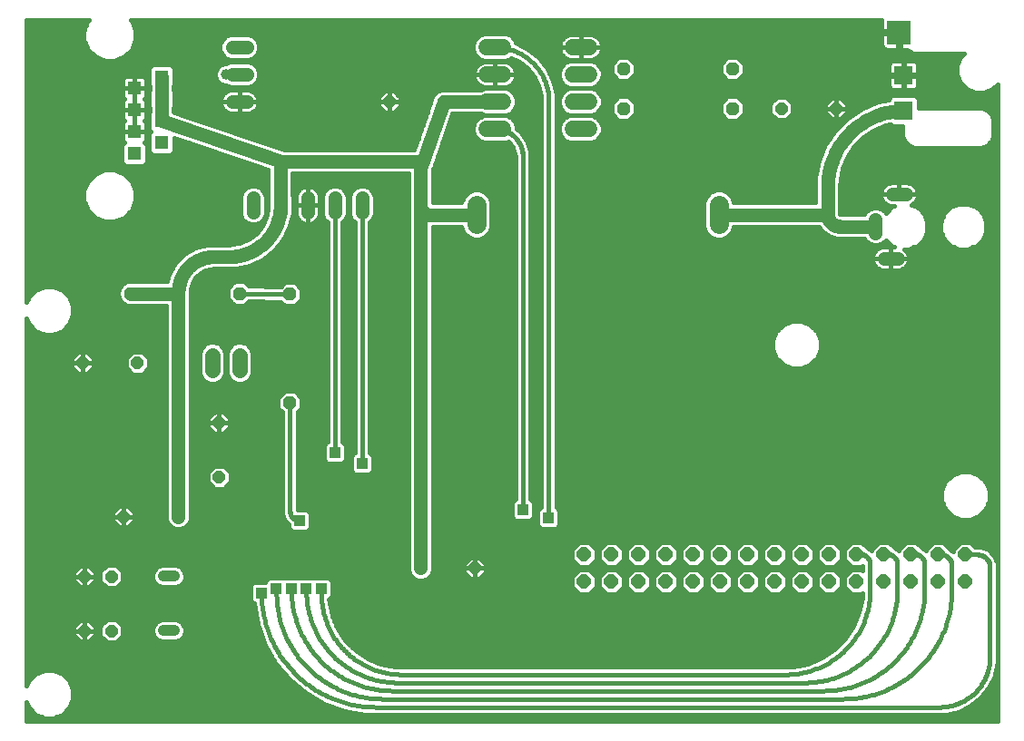
<source format=gbl>
G75*
%MOIN*%
%OFA0B0*%
%FSLAX25Y25*%
%IPPOS*%
%LPD*%
%AMOC8*
5,1,8,0,0,1.08239X$1,22.5*
%
%ADD10OC8,0.04362*%
%ADD11C,0.05150*%
%ADD12C,0.05600*%
%ADD13C,0.06000*%
%ADD14C,0.05000*%
%ADD15OC8,0.04756*%
%ADD16R,0.05150X0.05150*%
%ADD17C,0.03969*%
%ADD18R,0.07087X0.07087*%
%ADD19R,0.09055X0.09055*%
%ADD20C,0.07087*%
%ADD21OC8,0.05150*%
%ADD22C,0.01600*%
%ADD23R,0.03175X0.03175*%
%ADD24R,0.03962X0.03962*%
%ADD25C,0.03962*%
D10*
X0027000Y0039000D03*
X0037000Y0039000D03*
X0037000Y0059000D03*
X0027000Y0059000D03*
X0041500Y0081000D03*
X0061500Y0081000D03*
X0076500Y0095500D03*
X0076500Y0115500D03*
X0046500Y0137500D03*
X0026500Y0137500D03*
X0150500Y0062024D03*
X0170500Y0062024D03*
X0283000Y0231000D03*
X0303000Y0231000D03*
X0159000Y0233500D03*
X0139000Y0233500D03*
D11*
X0129000Y0198075D02*
X0129000Y0192925D01*
X0119000Y0192925D02*
X0119000Y0198075D01*
X0109000Y0198075D02*
X0109000Y0192925D01*
X0099000Y0192925D02*
X0099000Y0198075D01*
X0089000Y0198075D02*
X0089000Y0192925D01*
X0086575Y0233500D02*
X0081425Y0233500D01*
X0081425Y0243500D02*
X0086575Y0243500D01*
X0086575Y0253500D02*
X0081425Y0253500D01*
D12*
X0084000Y0140300D02*
X0084000Y0134700D01*
X0074000Y0134700D02*
X0074000Y0140300D01*
D13*
X0174752Y0223500D02*
X0180752Y0223500D01*
X0180752Y0233500D02*
X0174752Y0233500D01*
X0174752Y0243500D02*
X0180752Y0243500D01*
X0180752Y0253500D02*
X0174752Y0253500D01*
X0206248Y0253500D02*
X0212248Y0253500D01*
X0212248Y0243500D02*
X0206248Y0243500D01*
X0206248Y0233500D02*
X0212248Y0233500D01*
X0212248Y0223500D02*
X0206248Y0223500D01*
D14*
X0177752Y0233500D02*
X0159000Y0233500D01*
X0150500Y0209000D01*
X0150500Y0211500D01*
X0099500Y0211500D01*
X0055362Y0226492D01*
X0055362Y0234524D01*
X0055362Y0242555D01*
X0099000Y0211000D02*
X0099000Y0195500D01*
X0098994Y0195041D01*
X0098978Y0194582D01*
X0098950Y0194124D01*
X0098911Y0193666D01*
X0098861Y0193210D01*
X0098801Y0192755D01*
X0098729Y0192301D01*
X0098646Y0191850D01*
X0098552Y0191400D01*
X0098448Y0190953D01*
X0098333Y0190509D01*
X0098207Y0190067D01*
X0098070Y0189629D01*
X0097923Y0189194D01*
X0097765Y0188763D01*
X0097597Y0188335D01*
X0097419Y0187912D01*
X0097231Y0187493D01*
X0097032Y0187079D01*
X0096824Y0186670D01*
X0096605Y0186266D01*
X0096377Y0185868D01*
X0096140Y0185475D01*
X0095893Y0185088D01*
X0095637Y0184707D01*
X0095371Y0184332D01*
X0095097Y0183964D01*
X0094814Y0183602D01*
X0094522Y0183248D01*
X0094222Y0182901D01*
X0093913Y0182561D01*
X0093596Y0182228D01*
X0093272Y0181904D01*
X0092939Y0181587D01*
X0092599Y0181278D01*
X0092252Y0180978D01*
X0091898Y0180686D01*
X0091536Y0180403D01*
X0091168Y0180129D01*
X0090793Y0179863D01*
X0090412Y0179607D01*
X0090025Y0179360D01*
X0089632Y0179123D01*
X0089234Y0178895D01*
X0088830Y0178676D01*
X0088421Y0178468D01*
X0088007Y0178269D01*
X0087588Y0178081D01*
X0087165Y0177903D01*
X0086737Y0177735D01*
X0086306Y0177577D01*
X0085871Y0177430D01*
X0085433Y0177293D01*
X0084991Y0177167D01*
X0084547Y0177052D01*
X0084100Y0176948D01*
X0083650Y0176854D01*
X0083199Y0176771D01*
X0082745Y0176699D01*
X0082290Y0176639D01*
X0081834Y0176589D01*
X0081376Y0176550D01*
X0080918Y0176522D01*
X0080459Y0176506D01*
X0080000Y0176500D01*
X0074500Y0176500D01*
X0074186Y0176496D01*
X0073872Y0176485D01*
X0073558Y0176466D01*
X0073245Y0176439D01*
X0072933Y0176405D01*
X0072622Y0176364D01*
X0072311Y0176314D01*
X0072002Y0176258D01*
X0071695Y0176194D01*
X0071389Y0176122D01*
X0071085Y0176043D01*
X0070783Y0175957D01*
X0070483Y0175864D01*
X0070185Y0175763D01*
X0069890Y0175655D01*
X0069598Y0175540D01*
X0069308Y0175418D01*
X0069022Y0175289D01*
X0068739Y0175154D01*
X0068459Y0175011D01*
X0068182Y0174862D01*
X0067910Y0174706D01*
X0067641Y0174543D01*
X0067376Y0174374D01*
X0067115Y0174199D01*
X0066859Y0174017D01*
X0066607Y0173830D01*
X0066360Y0173636D01*
X0066117Y0173436D01*
X0065879Y0173231D01*
X0065647Y0173019D01*
X0065419Y0172803D01*
X0065197Y0172581D01*
X0064981Y0172353D01*
X0064769Y0172121D01*
X0064564Y0171883D01*
X0064364Y0171640D01*
X0064170Y0171393D01*
X0063983Y0171141D01*
X0063801Y0170885D01*
X0063626Y0170624D01*
X0063457Y0170359D01*
X0063294Y0170090D01*
X0063138Y0169818D01*
X0062989Y0169541D01*
X0062846Y0169261D01*
X0062711Y0168978D01*
X0062582Y0168692D01*
X0062460Y0168402D01*
X0062345Y0168110D01*
X0062237Y0167815D01*
X0062136Y0167517D01*
X0062043Y0167217D01*
X0061957Y0166915D01*
X0061878Y0166611D01*
X0061806Y0166305D01*
X0061742Y0165998D01*
X0061686Y0165689D01*
X0061636Y0165378D01*
X0061595Y0165067D01*
X0061561Y0164755D01*
X0061534Y0164442D01*
X0061515Y0164128D01*
X0061504Y0163814D01*
X0061500Y0163500D01*
X0061500Y0081000D01*
X0150500Y0062024D02*
X0150500Y0194000D01*
X0153000Y0192000D01*
X0171012Y0192000D01*
X0150500Y0194000D02*
X0150500Y0209000D01*
X0099500Y0211500D02*
X0099456Y0211498D01*
X0099413Y0211492D01*
X0099371Y0211483D01*
X0099329Y0211470D01*
X0099289Y0211453D01*
X0099250Y0211433D01*
X0099213Y0211410D01*
X0099179Y0211383D01*
X0099146Y0211354D01*
X0099117Y0211321D01*
X0099090Y0211287D01*
X0099067Y0211250D01*
X0099047Y0211211D01*
X0099030Y0211171D01*
X0099017Y0211129D01*
X0099008Y0211087D01*
X0099002Y0211044D01*
X0099000Y0211000D01*
X0061500Y0163500D02*
X0061498Y0163456D01*
X0061492Y0163413D01*
X0061483Y0163371D01*
X0061470Y0163329D01*
X0061453Y0163289D01*
X0061433Y0163250D01*
X0061410Y0163213D01*
X0061383Y0163179D01*
X0061354Y0163146D01*
X0061321Y0163117D01*
X0061287Y0163090D01*
X0061250Y0163067D01*
X0061211Y0163047D01*
X0061171Y0163030D01*
X0061129Y0163017D01*
X0061087Y0163008D01*
X0061044Y0163002D01*
X0061000Y0163000D01*
X0044000Y0163000D01*
X0259988Y0192000D02*
X0300000Y0192000D01*
X0300000Y0202413D01*
X0300000Y0192000D02*
X0300002Y0191869D01*
X0300008Y0191738D01*
X0300018Y0191608D01*
X0300032Y0191477D01*
X0300049Y0191348D01*
X0300071Y0191219D01*
X0300097Y0191090D01*
X0300126Y0190963D01*
X0300159Y0190836D01*
X0300196Y0190710D01*
X0300237Y0190586D01*
X0300282Y0190463D01*
X0300330Y0190341D01*
X0300382Y0190221D01*
X0300437Y0190102D01*
X0300497Y0189985D01*
X0300559Y0189870D01*
X0300625Y0189757D01*
X0300695Y0189646D01*
X0300767Y0189537D01*
X0300843Y0189431D01*
X0300923Y0189327D01*
X0301005Y0189225D01*
X0301090Y0189125D01*
X0301179Y0189029D01*
X0301270Y0188935D01*
X0301364Y0188844D01*
X0301460Y0188755D01*
X0301560Y0188670D01*
X0301662Y0188588D01*
X0301766Y0188508D01*
X0301872Y0188432D01*
X0301981Y0188360D01*
X0302092Y0188290D01*
X0302205Y0188224D01*
X0302320Y0188162D01*
X0302437Y0188102D01*
X0302556Y0188047D01*
X0302676Y0187995D01*
X0302798Y0187947D01*
X0302921Y0187902D01*
X0303045Y0187861D01*
X0303171Y0187824D01*
X0303298Y0187791D01*
X0303425Y0187762D01*
X0303554Y0187736D01*
X0303683Y0187714D01*
X0303812Y0187697D01*
X0303943Y0187683D01*
X0304073Y0187673D01*
X0304204Y0187667D01*
X0304335Y0187665D01*
X0317535Y0187665D01*
X0317535Y0190165D02*
X0317535Y0185165D01*
X0320547Y0175854D02*
X0325547Y0175854D01*
X0323697Y0199476D02*
X0328697Y0199476D01*
X0300000Y0202413D02*
X0300008Y0203084D01*
X0300032Y0203755D01*
X0300073Y0204425D01*
X0300130Y0205093D01*
X0300202Y0205761D01*
X0300291Y0206426D01*
X0300396Y0207089D01*
X0300517Y0207749D01*
X0300654Y0208406D01*
X0300807Y0209059D01*
X0300975Y0209709D01*
X0301160Y0210354D01*
X0301359Y0210995D01*
X0301574Y0211631D01*
X0301805Y0212261D01*
X0302050Y0212886D01*
X0302311Y0213504D01*
X0302586Y0214116D01*
X0302876Y0214721D01*
X0303181Y0215319D01*
X0303500Y0215910D01*
X0303833Y0216492D01*
X0304181Y0217067D01*
X0304542Y0217632D01*
X0304916Y0218189D01*
X0305304Y0218737D01*
X0305705Y0219275D01*
X0306119Y0219803D01*
X0306545Y0220322D01*
X0306984Y0220829D01*
X0307435Y0221326D01*
X0307898Y0221812D01*
X0308373Y0222287D01*
X0308859Y0222750D01*
X0309356Y0223201D01*
X0309863Y0223640D01*
X0310382Y0224066D01*
X0310910Y0224480D01*
X0311448Y0224881D01*
X0311996Y0225269D01*
X0312553Y0225643D01*
X0313118Y0226004D01*
X0313693Y0226352D01*
X0314275Y0226685D01*
X0314866Y0227004D01*
X0315464Y0227309D01*
X0316069Y0227599D01*
X0316681Y0227874D01*
X0317299Y0228135D01*
X0317924Y0228380D01*
X0318554Y0228611D01*
X0319190Y0228826D01*
X0319831Y0229025D01*
X0320476Y0229210D01*
X0321126Y0229378D01*
X0321779Y0229531D01*
X0322436Y0229668D01*
X0323096Y0229789D01*
X0323759Y0229894D01*
X0324424Y0229983D01*
X0325092Y0230055D01*
X0325760Y0230112D01*
X0326430Y0230153D01*
X0327101Y0230177D01*
X0327772Y0230185D01*
D15*
X0265000Y0231000D03*
X0265000Y0245500D03*
X0225000Y0245500D03*
X0225000Y0231000D03*
X0102500Y0162732D03*
X0084000Y0163000D03*
X0044000Y0163000D03*
X0102500Y0122732D03*
D16*
X0045362Y0214445D03*
X0055362Y0218461D03*
X0045362Y0222476D03*
X0055362Y0226492D03*
X0045362Y0230508D03*
X0055362Y0234524D03*
X0045362Y0238539D03*
X0055362Y0242555D03*
D17*
X0056016Y0059083D02*
X0059984Y0059083D01*
X0059984Y0039083D02*
X0056016Y0039083D01*
D18*
X0327772Y0230185D03*
X0327772Y0243177D03*
D19*
X0326197Y0258925D03*
D20*
X0259988Y0195543D02*
X0259988Y0188457D01*
X0171012Y0188457D02*
X0171012Y0195543D01*
D21*
X0210528Y0067024D03*
X0220528Y0067024D03*
X0230528Y0067024D03*
X0240528Y0067024D03*
X0250528Y0067024D03*
X0260528Y0067024D03*
X0270528Y0067024D03*
X0280528Y0067024D03*
X0290528Y0067024D03*
X0300528Y0067024D03*
X0310528Y0067024D03*
X0320528Y0067024D03*
X0330528Y0067024D03*
X0340528Y0067024D03*
X0350528Y0067024D03*
X0350528Y0057024D03*
X0340528Y0057024D03*
X0330528Y0057024D03*
X0320528Y0057024D03*
X0310528Y0057024D03*
X0300528Y0057024D03*
X0290528Y0057024D03*
X0280528Y0057024D03*
X0270528Y0057024D03*
X0260528Y0057024D03*
X0250528Y0057024D03*
X0240528Y0057024D03*
X0230528Y0057024D03*
X0220528Y0057024D03*
X0210528Y0057024D03*
D22*
X0005800Y0012698D02*
X0005800Y0005800D01*
X0362342Y0005800D01*
X0362342Y0239964D01*
X0360451Y0238073D01*
X0357384Y0236802D01*
X0354065Y0236802D01*
X0350998Y0238073D01*
X0348651Y0240420D01*
X0347381Y0243486D01*
X0347381Y0246805D01*
X0348651Y0249872D01*
X0350096Y0251316D01*
X0331492Y0251316D01*
X0329635Y0252085D01*
X0329123Y0252598D01*
X0326676Y0252598D01*
X0326676Y0258446D01*
X0325717Y0258446D01*
X0319869Y0258446D01*
X0319869Y0254161D01*
X0319992Y0253703D01*
X0320229Y0253292D01*
X0320564Y0252957D01*
X0320975Y0252720D01*
X0321432Y0252598D01*
X0325717Y0252598D01*
X0325717Y0258446D01*
X0325717Y0259405D01*
X0319869Y0259405D01*
X0319869Y0263661D01*
X0044032Y0263661D01*
X0044315Y0263378D01*
X0045753Y0259906D01*
X0045753Y0256149D01*
X0044315Y0252677D01*
X0041658Y0250020D01*
X0038186Y0248582D01*
X0034428Y0248582D01*
X0030957Y0250020D01*
X0028299Y0252677D01*
X0026861Y0256149D01*
X0026861Y0259906D01*
X0028299Y0263378D01*
X0028582Y0263661D01*
X0005800Y0263661D01*
X0005800Y0159767D01*
X0006593Y0161681D01*
X0009051Y0164139D01*
X0012262Y0165469D01*
X0015738Y0165469D01*
X0018949Y0164139D01*
X0021407Y0161681D01*
X0022737Y0158470D01*
X0022737Y0154994D01*
X0021407Y0151783D01*
X0018949Y0149325D01*
X0015738Y0147995D01*
X0012262Y0147995D01*
X0009051Y0149325D01*
X0006593Y0151783D01*
X0005800Y0153698D01*
X0005800Y0018767D01*
X0006593Y0020681D01*
X0009051Y0023139D01*
X0012262Y0024469D01*
X0015738Y0024469D01*
X0018949Y0023139D01*
X0021407Y0020681D01*
X0022737Y0017470D01*
X0022737Y0013994D01*
X0021407Y0010783D01*
X0018949Y0008325D01*
X0015738Y0006995D01*
X0012262Y0006995D01*
X0009051Y0008325D01*
X0006593Y0010783D01*
X0005800Y0012698D01*
X0005800Y0012190D02*
X0006011Y0012190D01*
X0005800Y0010591D02*
X0006785Y0010591D01*
X0005800Y0008993D02*
X0008384Y0008993D01*
X0005800Y0007394D02*
X0011299Y0007394D01*
X0016701Y0007394D02*
X0362342Y0007394D01*
X0362342Y0008993D02*
X0346787Y0008993D01*
X0348073Y0009286D02*
X0343398Y0008219D01*
X0130082Y0008219D01*
X0122366Y0009580D01*
X0115002Y0012260D01*
X0108216Y0016177D01*
X0108216Y0016177D01*
X0102214Y0021214D01*
X0102214Y0021214D01*
X0097177Y0027216D01*
X0097177Y0027216D01*
X0093260Y0034002D01*
X0093260Y0034002D01*
X0090580Y0041366D01*
X0090580Y0041366D01*
X0089227Y0049038D01*
X0089198Y0049038D01*
X0088038Y0050198D01*
X0088038Y0055802D01*
X0089198Y0056962D01*
X0093538Y0056962D01*
X0093538Y0057302D01*
X0094698Y0058462D01*
X0116802Y0058462D01*
X0117962Y0057302D01*
X0117962Y0051698D01*
X0116874Y0050610D01*
X0116910Y0049881D01*
X0117932Y0044744D01*
X0119936Y0039905D01*
X0122846Y0035550D01*
X0126550Y0031846D01*
X0130905Y0028936D01*
X0135744Y0026932D01*
X0140881Y0025910D01*
X0143500Y0025781D01*
X0284500Y0025781D01*
X0287266Y0025917D01*
X0292692Y0026996D01*
X0297802Y0029113D01*
X0302402Y0032186D01*
X0306313Y0036098D01*
X0309387Y0040698D01*
X0311504Y0045808D01*
X0312583Y0051234D01*
X0312655Y0052709D01*
X0312415Y0052468D01*
X0308640Y0052468D01*
X0305972Y0055137D01*
X0305972Y0058911D01*
X0308640Y0061580D01*
X0312415Y0061580D01*
X0312719Y0061275D01*
X0312719Y0062772D01*
X0312415Y0062468D01*
X0308640Y0062468D01*
X0305972Y0065137D01*
X0305972Y0068911D01*
X0308640Y0071580D01*
X0312415Y0071580D01*
X0314315Y0069679D01*
X0315972Y0068505D01*
X0315972Y0068911D01*
X0318640Y0071580D01*
X0322415Y0071580D01*
X0324315Y0069679D01*
X0325972Y0068505D01*
X0325972Y0068911D01*
X0328640Y0071580D01*
X0332415Y0071580D01*
X0334315Y0069679D01*
X0335972Y0068505D01*
X0335972Y0068911D01*
X0338640Y0071580D01*
X0342415Y0071580D01*
X0345083Y0068911D01*
X0345083Y0068878D01*
X0345972Y0068159D01*
X0345972Y0068911D01*
X0348640Y0071580D01*
X0352415Y0071580D01*
X0354189Y0069805D01*
X0356429Y0069805D01*
X0359114Y0068693D01*
X0359114Y0068693D01*
X0361169Y0066638D01*
X0361169Y0066638D01*
X0362281Y0063953D01*
X0362281Y0027102D01*
X0361214Y0022427D01*
X0361214Y0022427D01*
X0359133Y0018106D01*
X0359133Y0018106D01*
X0356143Y0014357D01*
X0356143Y0014357D01*
X0356143Y0014357D01*
X0352394Y0011367D01*
X0352394Y0011367D01*
X0348073Y0009286D01*
X0348073Y0009286D01*
X0350783Y0010591D02*
X0362342Y0010591D01*
X0362342Y0012190D02*
X0353426Y0012190D01*
X0355430Y0013788D02*
X0362342Y0013788D01*
X0362342Y0015387D02*
X0356964Y0015387D01*
X0358239Y0016985D02*
X0362342Y0016985D01*
X0362342Y0018584D02*
X0359363Y0018584D01*
X0360133Y0020182D02*
X0362342Y0020182D01*
X0362342Y0021781D02*
X0360903Y0021781D01*
X0361431Y0023379D02*
X0362342Y0023379D01*
X0362342Y0024978D02*
X0361796Y0024978D01*
X0362161Y0026576D02*
X0362342Y0026576D01*
X0362342Y0028175D02*
X0362281Y0028175D01*
X0362281Y0029773D02*
X0362342Y0029773D01*
X0362342Y0031372D02*
X0362281Y0031372D01*
X0362281Y0032970D02*
X0362342Y0032970D01*
X0362342Y0034569D02*
X0362281Y0034569D01*
X0362281Y0036167D02*
X0362342Y0036167D01*
X0362342Y0037766D02*
X0362281Y0037766D01*
X0362281Y0039364D02*
X0362342Y0039364D01*
X0362342Y0040963D02*
X0362281Y0040963D01*
X0362281Y0042561D02*
X0362342Y0042561D01*
X0362342Y0044160D02*
X0362281Y0044160D01*
X0362281Y0045758D02*
X0362342Y0045758D01*
X0362342Y0047357D02*
X0362281Y0047357D01*
X0362281Y0048955D02*
X0362342Y0048955D01*
X0362342Y0050554D02*
X0362281Y0050554D01*
X0362281Y0052152D02*
X0362342Y0052152D01*
X0362342Y0053751D02*
X0362281Y0053751D01*
X0362281Y0055349D02*
X0362342Y0055349D01*
X0362342Y0056948D02*
X0362281Y0056948D01*
X0362281Y0058546D02*
X0362342Y0058546D01*
X0362342Y0060145D02*
X0362281Y0060145D01*
X0362281Y0061743D02*
X0362342Y0061743D01*
X0362342Y0063342D02*
X0362281Y0063342D01*
X0362342Y0064940D02*
X0361872Y0064940D01*
X0362342Y0066539D02*
X0361210Y0066539D01*
X0362342Y0068137D02*
X0359669Y0068137D01*
X0362342Y0069736D02*
X0356595Y0069736D01*
X0354976Y0067024D02*
X0350528Y0067024D01*
X0346797Y0069736D02*
X0344258Y0069736D01*
X0342660Y0071334D02*
X0348395Y0071334D01*
X0352660Y0071334D02*
X0362342Y0071334D01*
X0362342Y0072933D02*
X0154981Y0072933D01*
X0154981Y0071334D02*
X0208395Y0071334D01*
X0208640Y0071580D02*
X0205972Y0068911D01*
X0205972Y0065137D01*
X0208640Y0062468D01*
X0212415Y0062468D01*
X0215083Y0065137D01*
X0215083Y0068911D01*
X0212415Y0071580D01*
X0208640Y0071580D01*
X0206797Y0069736D02*
X0154981Y0069736D01*
X0154981Y0068137D02*
X0205972Y0068137D01*
X0205972Y0066539D02*
X0154981Y0066539D01*
X0154981Y0064940D02*
X0167787Y0064940D01*
X0168851Y0066005D02*
X0166519Y0063673D01*
X0166519Y0062024D01*
X0170500Y0062024D01*
X0170500Y0066005D01*
X0172149Y0066005D01*
X0174481Y0063673D01*
X0174481Y0062024D01*
X0170500Y0062024D01*
X0170500Y0062024D01*
X0170500Y0066005D01*
X0168851Y0066005D01*
X0170500Y0064940D02*
X0170500Y0064940D01*
X0170500Y0063342D02*
X0170500Y0063342D01*
X0170500Y0062024D02*
X0170500Y0062024D01*
X0170500Y0062024D01*
X0174481Y0062024D01*
X0174481Y0060375D01*
X0172149Y0058043D01*
X0170500Y0058043D01*
X0170500Y0062023D01*
X0170500Y0062023D01*
X0170500Y0058043D01*
X0168851Y0058043D01*
X0166519Y0060375D01*
X0166519Y0062024D01*
X0170500Y0062024D01*
X0170500Y0061743D02*
X0170500Y0061743D01*
X0170500Y0060145D02*
X0170500Y0060145D01*
X0170500Y0058546D02*
X0170500Y0058546D01*
X0172653Y0058546D02*
X0205972Y0058546D01*
X0205972Y0058911D02*
X0205972Y0055137D01*
X0208640Y0052468D01*
X0212415Y0052468D01*
X0215083Y0055137D01*
X0215083Y0058911D01*
X0212415Y0061580D01*
X0208640Y0061580D01*
X0205972Y0058911D01*
X0207206Y0060145D02*
X0174251Y0060145D01*
X0174481Y0061743D02*
X0312719Y0061743D01*
X0315500Y0063500D02*
X0315498Y0063621D01*
X0315492Y0063741D01*
X0315482Y0063862D01*
X0315469Y0063982D01*
X0315451Y0064101D01*
X0315430Y0064220D01*
X0315405Y0064339D01*
X0315376Y0064456D01*
X0315343Y0064572D01*
X0315306Y0064687D01*
X0315266Y0064801D01*
X0315222Y0064914D01*
X0315175Y0065025D01*
X0315123Y0065134D01*
X0315069Y0065242D01*
X0315011Y0065348D01*
X0314949Y0065452D01*
X0314885Y0065554D01*
X0314816Y0065654D01*
X0314745Y0065751D01*
X0314671Y0065847D01*
X0314593Y0065939D01*
X0314513Y0066030D01*
X0314430Y0066117D01*
X0314344Y0066202D01*
X0314255Y0066284D01*
X0314164Y0066363D01*
X0314070Y0066439D01*
X0313974Y0066512D01*
X0313875Y0066582D01*
X0313774Y0066649D01*
X0313671Y0066712D01*
X0313566Y0066772D01*
X0313460Y0066828D01*
X0313351Y0066882D01*
X0313241Y0066931D01*
X0313129Y0066977D01*
X0313016Y0067019D01*
X0312901Y0067058D01*
X0312786Y0067093D01*
X0312669Y0067124D01*
X0312551Y0067151D01*
X0312433Y0067175D01*
X0312314Y0067194D01*
X0312194Y0067210D01*
X0312074Y0067222D01*
X0311953Y0067230D01*
X0311832Y0067234D01*
X0311712Y0067235D01*
X0311591Y0067231D01*
X0311470Y0067223D01*
X0311350Y0067212D01*
X0311230Y0067196D01*
X0311111Y0067177D01*
X0310992Y0067154D01*
X0310874Y0067127D01*
X0310758Y0067097D01*
X0310642Y0067062D01*
X0310527Y0067024D01*
X0305972Y0066539D02*
X0305083Y0066539D01*
X0305083Y0065137D02*
X0302415Y0062468D01*
X0298640Y0062468D01*
X0295972Y0065137D01*
X0295972Y0068911D01*
X0298640Y0071580D01*
X0302415Y0071580D01*
X0305083Y0068911D01*
X0305083Y0065137D01*
X0304887Y0064940D02*
X0306168Y0064940D01*
X0307766Y0063342D02*
X0303289Y0063342D01*
X0302415Y0061580D02*
X0298640Y0061580D01*
X0295972Y0058911D01*
X0295972Y0055137D01*
X0298640Y0052468D01*
X0302415Y0052468D01*
X0305083Y0055137D01*
X0305083Y0058911D01*
X0302415Y0061580D01*
X0303849Y0060145D02*
X0307206Y0060145D01*
X0305972Y0058546D02*
X0305083Y0058546D01*
X0305083Y0056948D02*
X0305972Y0056948D01*
X0305972Y0055349D02*
X0305083Y0055349D01*
X0345500Y0054000D02*
X0345488Y0053033D01*
X0345453Y0052067D01*
X0345395Y0051103D01*
X0345313Y0050139D01*
X0345208Y0049179D01*
X0345080Y0048220D01*
X0344929Y0047266D01*
X0344755Y0046315D01*
X0344558Y0045369D01*
X0344338Y0044427D01*
X0344095Y0043492D01*
X0343830Y0042562D01*
X0343542Y0041639D01*
X0343232Y0040724D01*
X0342901Y0039816D01*
X0342547Y0038916D01*
X0342172Y0038025D01*
X0341775Y0037144D01*
X0341357Y0036272D01*
X0340918Y0035411D01*
X0340459Y0034561D01*
X0339979Y0033722D01*
X0339479Y0032894D01*
X0338959Y0032079D01*
X0338419Y0031277D01*
X0337861Y0030489D01*
X0337283Y0029713D01*
X0336687Y0028953D01*
X0336073Y0028206D01*
X0335440Y0027475D01*
X0334791Y0026759D01*
X0334124Y0026060D01*
X0333440Y0025376D01*
X0332741Y0024709D01*
X0332025Y0024060D01*
X0331294Y0023427D01*
X0330547Y0022813D01*
X0329787Y0022217D01*
X0329011Y0021639D01*
X0328223Y0021081D01*
X0327421Y0020541D01*
X0326606Y0020021D01*
X0325778Y0019521D01*
X0324939Y0019041D01*
X0324089Y0018582D01*
X0323228Y0018143D01*
X0322356Y0017725D01*
X0321475Y0017328D01*
X0320584Y0016953D01*
X0319684Y0016599D01*
X0318776Y0016268D01*
X0317861Y0015958D01*
X0316938Y0015670D01*
X0316008Y0015405D01*
X0315073Y0015162D01*
X0314131Y0014942D01*
X0313185Y0014745D01*
X0312234Y0014571D01*
X0311280Y0014420D01*
X0310321Y0014292D01*
X0309361Y0014187D01*
X0308397Y0014105D01*
X0307433Y0014047D01*
X0306467Y0014012D01*
X0305500Y0014000D01*
X0136500Y0014000D01*
X0134000Y0011000D02*
X0341000Y0011000D01*
X0341447Y0011005D01*
X0341894Y0011022D01*
X0342340Y0011049D01*
X0342786Y0011086D01*
X0343230Y0011135D01*
X0343673Y0011194D01*
X0344115Y0011264D01*
X0344554Y0011345D01*
X0344992Y0011436D01*
X0345427Y0011538D01*
X0345860Y0011650D01*
X0346290Y0011772D01*
X0346717Y0011905D01*
X0347140Y0012049D01*
X0347560Y0012202D01*
X0347976Y0012366D01*
X0348388Y0012539D01*
X0348796Y0012723D01*
X0349199Y0012916D01*
X0349597Y0013119D01*
X0349991Y0013332D01*
X0350379Y0013554D01*
X0350761Y0013785D01*
X0351138Y0014025D01*
X0351509Y0014275D01*
X0351874Y0014533D01*
X0352233Y0014800D01*
X0352584Y0015076D01*
X0352930Y0015360D01*
X0353268Y0015653D01*
X0353599Y0015953D01*
X0353922Y0016261D01*
X0354239Y0016578D01*
X0354547Y0016901D01*
X0354847Y0017232D01*
X0355140Y0017570D01*
X0355424Y0017916D01*
X0355700Y0018267D01*
X0355967Y0018626D01*
X0356225Y0018991D01*
X0356475Y0019362D01*
X0356715Y0019739D01*
X0356946Y0020121D01*
X0357168Y0020509D01*
X0357381Y0020903D01*
X0357584Y0021301D01*
X0357777Y0021704D01*
X0357961Y0022112D01*
X0358134Y0022524D01*
X0358298Y0022940D01*
X0358451Y0023360D01*
X0358595Y0023783D01*
X0358728Y0024210D01*
X0358850Y0024640D01*
X0358962Y0025073D01*
X0359064Y0025508D01*
X0359155Y0025946D01*
X0359236Y0026385D01*
X0359306Y0026827D01*
X0359365Y0027270D01*
X0359414Y0027714D01*
X0359451Y0028160D01*
X0359478Y0028606D01*
X0359495Y0029053D01*
X0359500Y0029500D01*
X0359500Y0062500D01*
X0359498Y0062632D01*
X0359492Y0062763D01*
X0359483Y0062894D01*
X0359469Y0063025D01*
X0359452Y0063156D01*
X0359431Y0063286D01*
X0359407Y0063415D01*
X0359378Y0063543D01*
X0359346Y0063671D01*
X0359310Y0063797D01*
X0359270Y0063923D01*
X0359227Y0064047D01*
X0359180Y0064170D01*
X0359130Y0064292D01*
X0359076Y0064412D01*
X0359019Y0064530D01*
X0358958Y0064647D01*
X0358894Y0064762D01*
X0358826Y0064875D01*
X0358756Y0064986D01*
X0358682Y0065095D01*
X0358605Y0065202D01*
X0358525Y0065306D01*
X0358442Y0065408D01*
X0358356Y0065508D01*
X0358267Y0065605D01*
X0358175Y0065699D01*
X0358081Y0065791D01*
X0357984Y0065880D01*
X0357884Y0065966D01*
X0357782Y0066049D01*
X0357678Y0066129D01*
X0357571Y0066206D01*
X0357462Y0066280D01*
X0357351Y0066350D01*
X0357238Y0066418D01*
X0357123Y0066482D01*
X0357006Y0066543D01*
X0356888Y0066600D01*
X0356768Y0066654D01*
X0356646Y0066704D01*
X0356523Y0066751D01*
X0356399Y0066794D01*
X0356273Y0066834D01*
X0356147Y0066870D01*
X0356019Y0066902D01*
X0355891Y0066931D01*
X0355762Y0066955D01*
X0355632Y0066976D01*
X0355501Y0066993D01*
X0355370Y0067007D01*
X0355239Y0067016D01*
X0355108Y0067022D01*
X0354976Y0067024D01*
X0345500Y0063000D02*
X0345500Y0054000D01*
X0345500Y0063000D02*
X0345498Y0063126D01*
X0345492Y0063252D01*
X0345483Y0063378D01*
X0345469Y0063504D01*
X0345452Y0063629D01*
X0345430Y0063754D01*
X0345405Y0063877D01*
X0345376Y0064000D01*
X0345344Y0064123D01*
X0345308Y0064243D01*
X0345268Y0064363D01*
X0345224Y0064482D01*
X0345177Y0064599D01*
X0345126Y0064715D01*
X0345071Y0064829D01*
X0345013Y0064941D01*
X0344952Y0065051D01*
X0344887Y0065160D01*
X0344819Y0065266D01*
X0344748Y0065371D01*
X0344674Y0065473D01*
X0344596Y0065573D01*
X0344516Y0065670D01*
X0344433Y0065765D01*
X0344346Y0065857D01*
X0344257Y0065947D01*
X0344165Y0066033D01*
X0344071Y0066117D01*
X0343974Y0066198D01*
X0343874Y0066276D01*
X0343773Y0066351D01*
X0343669Y0066423D01*
X0343563Y0066491D01*
X0343454Y0066556D01*
X0343344Y0066618D01*
X0343232Y0066676D01*
X0343118Y0066731D01*
X0343003Y0066783D01*
X0342886Y0066831D01*
X0342768Y0066875D01*
X0342648Y0066916D01*
X0342527Y0066952D01*
X0342406Y0066986D01*
X0342283Y0067015D01*
X0342159Y0067041D01*
X0342035Y0067063D01*
X0341910Y0067081D01*
X0341784Y0067095D01*
X0341658Y0067105D01*
X0341532Y0067111D01*
X0341406Y0067114D01*
X0341279Y0067113D01*
X0341153Y0067107D01*
X0341027Y0067098D01*
X0340901Y0067085D01*
X0340776Y0067069D01*
X0340652Y0067048D01*
X0340528Y0067023D01*
X0336797Y0069736D02*
X0334258Y0069736D01*
X0332660Y0071334D02*
X0338395Y0071334D01*
X0328395Y0071334D02*
X0322660Y0071334D01*
X0324258Y0069736D02*
X0326797Y0069736D01*
X0325500Y0063500D02*
X0325500Y0054000D01*
X0335500Y0054000D02*
X0335500Y0063500D01*
X0335498Y0063621D01*
X0335492Y0063741D01*
X0335482Y0063862D01*
X0335469Y0063982D01*
X0335451Y0064101D01*
X0335430Y0064220D01*
X0335405Y0064339D01*
X0335376Y0064456D01*
X0335343Y0064572D01*
X0335306Y0064687D01*
X0335266Y0064801D01*
X0335222Y0064914D01*
X0335175Y0065025D01*
X0335123Y0065134D01*
X0335069Y0065242D01*
X0335011Y0065348D01*
X0334949Y0065452D01*
X0334885Y0065554D01*
X0334816Y0065654D01*
X0334745Y0065751D01*
X0334671Y0065847D01*
X0334593Y0065939D01*
X0334513Y0066030D01*
X0334430Y0066117D01*
X0334344Y0066202D01*
X0334255Y0066284D01*
X0334164Y0066363D01*
X0334070Y0066439D01*
X0333974Y0066512D01*
X0333875Y0066582D01*
X0333774Y0066649D01*
X0333671Y0066712D01*
X0333566Y0066772D01*
X0333460Y0066828D01*
X0333351Y0066882D01*
X0333241Y0066931D01*
X0333129Y0066977D01*
X0333016Y0067019D01*
X0332901Y0067058D01*
X0332786Y0067093D01*
X0332669Y0067124D01*
X0332551Y0067151D01*
X0332433Y0067175D01*
X0332314Y0067194D01*
X0332194Y0067210D01*
X0332074Y0067222D01*
X0331953Y0067230D01*
X0331832Y0067234D01*
X0331712Y0067235D01*
X0331591Y0067231D01*
X0331470Y0067223D01*
X0331350Y0067212D01*
X0331230Y0067196D01*
X0331111Y0067177D01*
X0330992Y0067154D01*
X0330874Y0067127D01*
X0330758Y0067097D01*
X0330642Y0067062D01*
X0330527Y0067024D01*
X0325500Y0063500D02*
X0325498Y0063621D01*
X0325492Y0063741D01*
X0325482Y0063862D01*
X0325469Y0063982D01*
X0325451Y0064101D01*
X0325430Y0064220D01*
X0325405Y0064339D01*
X0325376Y0064456D01*
X0325343Y0064572D01*
X0325306Y0064687D01*
X0325266Y0064801D01*
X0325222Y0064914D01*
X0325175Y0065025D01*
X0325123Y0065134D01*
X0325069Y0065242D01*
X0325011Y0065348D01*
X0324949Y0065452D01*
X0324885Y0065554D01*
X0324816Y0065654D01*
X0324745Y0065751D01*
X0324671Y0065847D01*
X0324593Y0065939D01*
X0324513Y0066030D01*
X0324430Y0066117D01*
X0324344Y0066202D01*
X0324255Y0066284D01*
X0324164Y0066363D01*
X0324070Y0066439D01*
X0323974Y0066512D01*
X0323875Y0066582D01*
X0323774Y0066649D01*
X0323671Y0066712D01*
X0323566Y0066772D01*
X0323460Y0066828D01*
X0323351Y0066882D01*
X0323241Y0066931D01*
X0323129Y0066977D01*
X0323016Y0067019D01*
X0322901Y0067058D01*
X0322786Y0067093D01*
X0322669Y0067124D01*
X0322551Y0067151D01*
X0322433Y0067175D01*
X0322314Y0067194D01*
X0322194Y0067210D01*
X0322074Y0067222D01*
X0321953Y0067230D01*
X0321832Y0067234D01*
X0321712Y0067235D01*
X0321591Y0067231D01*
X0321470Y0067223D01*
X0321350Y0067212D01*
X0321230Y0067196D01*
X0321111Y0067177D01*
X0320992Y0067154D01*
X0320874Y0067127D01*
X0320758Y0067097D01*
X0320642Y0067062D01*
X0320527Y0067024D01*
X0316797Y0069736D02*
X0314258Y0069736D01*
X0312660Y0071334D02*
X0318395Y0071334D01*
X0315500Y0063500D02*
X0315500Y0054000D01*
X0312628Y0052152D02*
X0117962Y0052152D01*
X0117962Y0053751D02*
X0207357Y0053751D01*
X0205972Y0055349D02*
X0117962Y0055349D01*
X0117962Y0056948D02*
X0205972Y0056948D01*
X0207766Y0063342D02*
X0174481Y0063342D01*
X0173213Y0064940D02*
X0206168Y0064940D01*
X0213289Y0063342D02*
X0217766Y0063342D01*
X0218640Y0062468D02*
X0222415Y0062468D01*
X0225083Y0065137D01*
X0225083Y0068911D01*
X0222415Y0071580D01*
X0218640Y0071580D01*
X0215972Y0068911D01*
X0215972Y0065137D01*
X0218640Y0062468D01*
X0218640Y0061580D02*
X0215972Y0058911D01*
X0215972Y0055137D01*
X0218640Y0052468D01*
X0222415Y0052468D01*
X0225083Y0055137D01*
X0225083Y0058911D01*
X0222415Y0061580D01*
X0218640Y0061580D01*
X0217206Y0060145D02*
X0213849Y0060145D01*
X0215083Y0058546D02*
X0215972Y0058546D01*
X0215972Y0056948D02*
X0215083Y0056948D01*
X0215083Y0055349D02*
X0215972Y0055349D01*
X0217357Y0053751D02*
X0213698Y0053751D01*
X0223698Y0053751D02*
X0227357Y0053751D01*
X0228640Y0052468D02*
X0232415Y0052468D01*
X0235083Y0055137D01*
X0235083Y0058911D01*
X0232415Y0061580D01*
X0228640Y0061580D01*
X0225972Y0058911D01*
X0225972Y0055137D01*
X0228640Y0052468D01*
X0225972Y0055349D02*
X0225083Y0055349D01*
X0225083Y0056948D02*
X0225972Y0056948D01*
X0225972Y0058546D02*
X0225083Y0058546D01*
X0223849Y0060145D02*
X0227206Y0060145D01*
X0228640Y0062468D02*
X0232415Y0062468D01*
X0235083Y0065137D01*
X0235083Y0068911D01*
X0232415Y0071580D01*
X0228640Y0071580D01*
X0225972Y0068911D01*
X0225972Y0065137D01*
X0228640Y0062468D01*
X0227766Y0063342D02*
X0223289Y0063342D01*
X0224887Y0064940D02*
X0226168Y0064940D01*
X0225972Y0066539D02*
X0225083Y0066539D01*
X0225083Y0068137D02*
X0225972Y0068137D01*
X0226797Y0069736D02*
X0224258Y0069736D01*
X0222660Y0071334D02*
X0228395Y0071334D01*
X0232660Y0071334D02*
X0238395Y0071334D01*
X0238640Y0071580D02*
X0235972Y0068911D01*
X0235972Y0065137D01*
X0238640Y0062468D01*
X0242415Y0062468D01*
X0245083Y0065137D01*
X0245083Y0068911D01*
X0242415Y0071580D01*
X0238640Y0071580D01*
X0236797Y0069736D02*
X0234258Y0069736D01*
X0235083Y0068137D02*
X0235972Y0068137D01*
X0235972Y0066539D02*
X0235083Y0066539D01*
X0234887Y0064940D02*
X0236168Y0064940D01*
X0237766Y0063342D02*
X0233289Y0063342D01*
X0233849Y0060145D02*
X0237206Y0060145D01*
X0235972Y0058911D02*
X0235972Y0055137D01*
X0238640Y0052468D01*
X0242415Y0052468D01*
X0245083Y0055137D01*
X0245083Y0058911D01*
X0242415Y0061580D01*
X0238640Y0061580D01*
X0235972Y0058911D01*
X0235972Y0058546D02*
X0235083Y0058546D01*
X0235083Y0056948D02*
X0235972Y0056948D01*
X0235972Y0055349D02*
X0235083Y0055349D01*
X0233698Y0053751D02*
X0237357Y0053751D01*
X0243698Y0053751D02*
X0247357Y0053751D01*
X0248640Y0052468D02*
X0252415Y0052468D01*
X0255083Y0055137D01*
X0255083Y0058911D01*
X0252415Y0061580D01*
X0248640Y0061580D01*
X0245972Y0058911D01*
X0245972Y0055137D01*
X0248640Y0052468D01*
X0245972Y0055349D02*
X0245083Y0055349D01*
X0245083Y0056948D02*
X0245972Y0056948D01*
X0245972Y0058546D02*
X0245083Y0058546D01*
X0243849Y0060145D02*
X0247206Y0060145D01*
X0248640Y0062468D02*
X0252415Y0062468D01*
X0255083Y0065137D01*
X0255083Y0068911D01*
X0252415Y0071580D01*
X0248640Y0071580D01*
X0245972Y0068911D01*
X0245972Y0065137D01*
X0248640Y0062468D01*
X0247766Y0063342D02*
X0243289Y0063342D01*
X0244887Y0064940D02*
X0246168Y0064940D01*
X0245972Y0066539D02*
X0245083Y0066539D01*
X0245083Y0068137D02*
X0245972Y0068137D01*
X0246797Y0069736D02*
X0244258Y0069736D01*
X0242660Y0071334D02*
X0248395Y0071334D01*
X0252660Y0071334D02*
X0258395Y0071334D01*
X0258640Y0071580D02*
X0255972Y0068911D01*
X0255972Y0065137D01*
X0258640Y0062468D01*
X0262415Y0062468D01*
X0265083Y0065137D01*
X0265083Y0068911D01*
X0262415Y0071580D01*
X0258640Y0071580D01*
X0256797Y0069736D02*
X0254258Y0069736D01*
X0255083Y0068137D02*
X0255972Y0068137D01*
X0255972Y0066539D02*
X0255083Y0066539D01*
X0254887Y0064940D02*
X0256168Y0064940D01*
X0257766Y0063342D02*
X0253289Y0063342D01*
X0253849Y0060145D02*
X0257206Y0060145D01*
X0255972Y0058911D02*
X0258640Y0061580D01*
X0262415Y0061580D01*
X0265083Y0058911D01*
X0265083Y0055137D01*
X0262415Y0052468D01*
X0258640Y0052468D01*
X0255972Y0055137D01*
X0255972Y0058911D01*
X0255972Y0058546D02*
X0255083Y0058546D01*
X0255083Y0056948D02*
X0255972Y0056948D01*
X0255972Y0055349D02*
X0255083Y0055349D01*
X0253698Y0053751D02*
X0257357Y0053751D01*
X0263698Y0053751D02*
X0267357Y0053751D01*
X0268640Y0052468D02*
X0265972Y0055137D01*
X0265972Y0058911D01*
X0268640Y0061580D01*
X0272415Y0061580D01*
X0275083Y0058911D01*
X0275083Y0055137D01*
X0272415Y0052468D01*
X0268640Y0052468D01*
X0265972Y0055349D02*
X0265083Y0055349D01*
X0265083Y0056948D02*
X0265972Y0056948D01*
X0265972Y0058546D02*
X0265083Y0058546D01*
X0263849Y0060145D02*
X0267206Y0060145D01*
X0268640Y0062468D02*
X0272415Y0062468D01*
X0275083Y0065137D01*
X0275083Y0068911D01*
X0272415Y0071580D01*
X0268640Y0071580D01*
X0265972Y0068911D01*
X0265972Y0065137D01*
X0268640Y0062468D01*
X0267766Y0063342D02*
X0263289Y0063342D01*
X0264887Y0064940D02*
X0266168Y0064940D01*
X0265972Y0066539D02*
X0265083Y0066539D01*
X0265083Y0068137D02*
X0265972Y0068137D01*
X0266797Y0069736D02*
X0264258Y0069736D01*
X0262660Y0071334D02*
X0268395Y0071334D01*
X0272660Y0071334D02*
X0278395Y0071334D01*
X0278640Y0071580D02*
X0275972Y0068911D01*
X0275972Y0065137D01*
X0278640Y0062468D01*
X0282415Y0062468D01*
X0285083Y0065137D01*
X0285083Y0068911D01*
X0282415Y0071580D01*
X0278640Y0071580D01*
X0276797Y0069736D02*
X0274258Y0069736D01*
X0275083Y0068137D02*
X0275972Y0068137D01*
X0275972Y0066539D02*
X0275083Y0066539D01*
X0274887Y0064940D02*
X0276168Y0064940D01*
X0277766Y0063342D02*
X0273289Y0063342D01*
X0273849Y0060145D02*
X0277206Y0060145D01*
X0275972Y0058911D02*
X0278640Y0061580D01*
X0282415Y0061580D01*
X0285083Y0058911D01*
X0285083Y0055137D01*
X0282415Y0052468D01*
X0278640Y0052468D01*
X0275972Y0055137D01*
X0275972Y0058911D01*
X0275972Y0058546D02*
X0275083Y0058546D01*
X0275083Y0056948D02*
X0275972Y0056948D01*
X0275972Y0055349D02*
X0275083Y0055349D01*
X0273698Y0053751D02*
X0277357Y0053751D01*
X0283698Y0053751D02*
X0287357Y0053751D01*
X0288640Y0052468D02*
X0292415Y0052468D01*
X0295083Y0055137D01*
X0295083Y0058911D01*
X0292415Y0061580D01*
X0288640Y0061580D01*
X0285972Y0058911D01*
X0285972Y0055137D01*
X0288640Y0052468D01*
X0291500Y0020000D02*
X0292322Y0020010D01*
X0293143Y0020040D01*
X0293963Y0020089D01*
X0294781Y0020159D01*
X0295598Y0020248D01*
X0296413Y0020357D01*
X0297224Y0020485D01*
X0298032Y0020633D01*
X0298837Y0020801D01*
X0299637Y0020988D01*
X0300432Y0021194D01*
X0301222Y0021420D01*
X0302007Y0021664D01*
X0302785Y0021927D01*
X0303557Y0022209D01*
X0304321Y0022510D01*
X0305078Y0022829D01*
X0305828Y0023166D01*
X0306569Y0023521D01*
X0307301Y0023894D01*
X0308023Y0024285D01*
X0308737Y0024693D01*
X0309440Y0025118D01*
X0310132Y0025560D01*
X0310814Y0026019D01*
X0311485Y0026493D01*
X0312144Y0026984D01*
X0312790Y0027491D01*
X0313425Y0028013D01*
X0314046Y0028551D01*
X0314655Y0029103D01*
X0315249Y0029670D01*
X0315830Y0030251D01*
X0316397Y0030845D01*
X0316949Y0031454D01*
X0317487Y0032075D01*
X0318009Y0032710D01*
X0318516Y0033356D01*
X0319007Y0034015D01*
X0319481Y0034686D01*
X0319940Y0035368D01*
X0320382Y0036060D01*
X0320807Y0036763D01*
X0321215Y0037477D01*
X0321606Y0038199D01*
X0321979Y0038931D01*
X0322334Y0039672D01*
X0322671Y0040422D01*
X0322990Y0041179D01*
X0323291Y0041943D01*
X0323573Y0042715D01*
X0323836Y0043493D01*
X0324080Y0044278D01*
X0324306Y0045068D01*
X0324512Y0045863D01*
X0324699Y0046663D01*
X0324867Y0047468D01*
X0325015Y0048276D01*
X0325143Y0049087D01*
X0325252Y0049902D01*
X0325341Y0050719D01*
X0325411Y0051537D01*
X0325460Y0052357D01*
X0325490Y0053178D01*
X0325500Y0054000D01*
X0312448Y0050554D02*
X0116877Y0050554D01*
X0117094Y0048955D02*
X0312130Y0048955D01*
X0311812Y0047357D02*
X0117412Y0047357D01*
X0117730Y0045758D02*
X0311483Y0045758D01*
X0310821Y0044160D02*
X0118174Y0044160D01*
X0118836Y0042561D02*
X0310159Y0042561D01*
X0309497Y0040963D02*
X0119498Y0040963D01*
X0120297Y0039364D02*
X0308496Y0039364D01*
X0307428Y0037766D02*
X0121365Y0037766D01*
X0122433Y0036167D02*
X0306360Y0036167D01*
X0304784Y0034569D02*
X0123827Y0034569D01*
X0125425Y0032970D02*
X0303186Y0032970D01*
X0301182Y0031372D02*
X0127260Y0031372D01*
X0129652Y0029773D02*
X0298790Y0029773D01*
X0295537Y0028175D02*
X0132743Y0028175D01*
X0137531Y0026576D02*
X0290580Y0026576D01*
X0284500Y0023000D02*
X0143500Y0023000D01*
X0142000Y0020000D02*
X0291500Y0020000D01*
X0298500Y0017000D02*
X0140000Y0017000D01*
X0125695Y0008993D02*
X0019616Y0008993D01*
X0021215Y0010591D02*
X0119586Y0010591D01*
X0115195Y0012190D02*
X0021989Y0012190D01*
X0022652Y0013788D02*
X0112355Y0013788D01*
X0109586Y0015387D02*
X0022737Y0015387D01*
X0022737Y0016985D02*
X0107254Y0016985D01*
X0105349Y0018584D02*
X0022276Y0018584D01*
X0021614Y0020182D02*
X0103444Y0020182D01*
X0101739Y0021781D02*
X0020308Y0021781D01*
X0018370Y0023379D02*
X0100397Y0023379D01*
X0099056Y0024978D02*
X0005800Y0024978D01*
X0005800Y0026576D02*
X0097715Y0026576D01*
X0096624Y0028175D02*
X0005800Y0028175D01*
X0005800Y0029773D02*
X0095701Y0029773D01*
X0094778Y0031372D02*
X0005800Y0031372D01*
X0005800Y0032970D02*
X0093855Y0032970D01*
X0093053Y0034569D02*
X0005800Y0034569D01*
X0005800Y0036167D02*
X0024203Y0036167D01*
X0025351Y0035019D02*
X0023019Y0037351D01*
X0023019Y0039000D01*
X0027000Y0039000D01*
X0030981Y0039000D01*
X0030981Y0040649D01*
X0028649Y0042981D01*
X0027000Y0042981D01*
X0027000Y0039000D01*
X0027000Y0039000D01*
X0027000Y0039000D01*
X0030981Y0039000D01*
X0030981Y0037351D01*
X0028649Y0035019D01*
X0027000Y0035019D01*
X0027000Y0039000D01*
X0027000Y0039000D01*
X0027000Y0039000D01*
X0027000Y0042981D01*
X0025351Y0042981D01*
X0023019Y0040649D01*
X0023019Y0039000D01*
X0027000Y0039000D01*
X0027000Y0035019D01*
X0025351Y0035019D01*
X0027000Y0036167D02*
X0027000Y0036167D01*
X0027000Y0037766D02*
X0027000Y0037766D01*
X0027000Y0039364D02*
X0027000Y0039364D01*
X0027000Y0040963D02*
X0027000Y0040963D01*
X0027000Y0042561D02*
X0027000Y0042561D01*
X0029069Y0042561D02*
X0034675Y0042561D01*
X0035276Y0043162D02*
X0032838Y0040724D01*
X0032838Y0037276D01*
X0035276Y0034838D01*
X0038724Y0034838D01*
X0041162Y0037276D01*
X0041162Y0040724D01*
X0038724Y0043162D01*
X0035276Y0043162D01*
X0033077Y0040963D02*
X0030667Y0040963D01*
X0030981Y0039364D02*
X0032838Y0039364D01*
X0032838Y0037766D02*
X0030981Y0037766D01*
X0029797Y0036167D02*
X0033947Y0036167D01*
X0040053Y0036167D02*
X0053323Y0036167D01*
X0053770Y0035721D02*
X0055227Y0035117D01*
X0060773Y0035117D01*
X0062230Y0035721D01*
X0063346Y0036836D01*
X0063950Y0038294D01*
X0063950Y0039871D01*
X0063346Y0041329D01*
X0062230Y0042444D01*
X0060773Y0043048D01*
X0055227Y0043048D01*
X0053770Y0042444D01*
X0052654Y0041329D01*
X0052050Y0039871D01*
X0052050Y0038294D01*
X0052654Y0036836D01*
X0053770Y0035721D01*
X0052269Y0037766D02*
X0041162Y0037766D01*
X0041162Y0039364D02*
X0052050Y0039364D01*
X0052502Y0040963D02*
X0040923Y0040963D01*
X0039325Y0042561D02*
X0054052Y0042561D01*
X0061948Y0042561D02*
X0090369Y0042561D01*
X0090087Y0044160D02*
X0005800Y0044160D01*
X0005800Y0045758D02*
X0089805Y0045758D01*
X0089523Y0047357D02*
X0005800Y0047357D01*
X0005800Y0048955D02*
X0089241Y0048955D01*
X0088038Y0050554D02*
X0005800Y0050554D01*
X0005800Y0052152D02*
X0088038Y0052152D01*
X0088038Y0053751D02*
X0005800Y0053751D01*
X0005800Y0055349D02*
X0025020Y0055349D01*
X0025351Y0055019D02*
X0027000Y0055019D01*
X0028649Y0055019D01*
X0030981Y0057351D01*
X0030981Y0059000D01*
X0030981Y0060649D01*
X0028649Y0062981D01*
X0027000Y0062981D01*
X0027000Y0059000D01*
X0030981Y0059000D01*
X0027000Y0059000D01*
X0027000Y0059000D01*
X0027000Y0059000D01*
X0027000Y0055019D01*
X0027000Y0059000D01*
X0027000Y0059000D01*
X0027000Y0059000D01*
X0023019Y0059000D01*
X0023019Y0060649D01*
X0025351Y0062981D01*
X0027000Y0062981D01*
X0027000Y0059000D01*
X0023019Y0059000D01*
X0023019Y0057351D01*
X0025351Y0055019D01*
X0027000Y0055349D02*
X0027000Y0055349D01*
X0027000Y0056948D02*
X0027000Y0056948D01*
X0027000Y0058546D02*
X0027000Y0058546D01*
X0027000Y0060145D02*
X0027000Y0060145D01*
X0027000Y0061743D02*
X0027000Y0061743D01*
X0029887Y0061743D02*
X0033857Y0061743D01*
X0032838Y0060724D02*
X0032838Y0057276D01*
X0035276Y0054838D01*
X0038724Y0054838D01*
X0041162Y0057276D01*
X0041162Y0060724D01*
X0038724Y0063162D01*
X0035276Y0063162D01*
X0032838Y0060724D01*
X0032838Y0060145D02*
X0030981Y0060145D01*
X0030981Y0058546D02*
X0032838Y0058546D01*
X0033166Y0056948D02*
X0030578Y0056948D01*
X0028980Y0055349D02*
X0034764Y0055349D01*
X0039236Y0055349D02*
X0054667Y0055349D01*
X0055227Y0055117D02*
X0053770Y0055721D01*
X0052654Y0056836D01*
X0052050Y0058294D01*
X0052050Y0059871D01*
X0052654Y0061329D01*
X0053770Y0062444D01*
X0055227Y0063048D01*
X0060773Y0063048D01*
X0062230Y0062444D01*
X0063346Y0061329D01*
X0063950Y0059871D01*
X0063950Y0058294D01*
X0063346Y0056836D01*
X0062230Y0055721D01*
X0060773Y0055117D01*
X0055227Y0055117D01*
X0052608Y0056948D02*
X0040834Y0056948D01*
X0041162Y0058546D02*
X0052050Y0058546D01*
X0052164Y0060145D02*
X0041162Y0060145D01*
X0040143Y0061743D02*
X0053069Y0061743D01*
X0062931Y0061743D02*
X0146019Y0061743D01*
X0146019Y0061132D02*
X0146338Y0060362D01*
X0146338Y0060300D01*
X0146382Y0060255D01*
X0146701Y0059485D01*
X0147962Y0058225D01*
X0148732Y0057906D01*
X0148776Y0057861D01*
X0148839Y0057861D01*
X0149609Y0057543D01*
X0151391Y0057543D01*
X0152161Y0057861D01*
X0152224Y0057861D01*
X0152268Y0057906D01*
X0153038Y0058225D01*
X0154299Y0059485D01*
X0154618Y0060255D01*
X0154662Y0060300D01*
X0154662Y0060362D01*
X0154981Y0061132D01*
X0154981Y0187519D01*
X0165487Y0187519D01*
X0165487Y0187358D01*
X0166328Y0185327D01*
X0167882Y0183773D01*
X0169913Y0182932D01*
X0172111Y0182932D01*
X0174141Y0183773D01*
X0175695Y0185327D01*
X0176536Y0187358D01*
X0176536Y0196642D01*
X0175695Y0198673D01*
X0174141Y0200227D01*
X0172111Y0201068D01*
X0169913Y0201068D01*
X0167882Y0200227D01*
X0166328Y0198673D01*
X0165487Y0196642D01*
X0165487Y0196481D01*
X0154981Y0196481D01*
X0154981Y0208245D01*
X0162188Y0229019D01*
X0172554Y0229019D01*
X0173761Y0228519D01*
X0181743Y0228519D01*
X0183574Y0229277D01*
X0184975Y0230678D01*
X0185733Y0232509D01*
X0185733Y0234491D01*
X0184975Y0236322D01*
X0183574Y0237723D01*
X0181743Y0238481D01*
X0173761Y0238481D01*
X0172554Y0237981D01*
X0159755Y0237981D01*
X0159627Y0238026D01*
X0158868Y0237981D01*
X0158109Y0237981D01*
X0157983Y0237929D01*
X0157847Y0237921D01*
X0157313Y0237662D01*
X0157276Y0237662D01*
X0157241Y0237627D01*
X0157163Y0237590D01*
X0156462Y0237299D01*
X0156365Y0237203D01*
X0156243Y0237143D01*
X0155738Y0236575D01*
X0155201Y0236038D01*
X0155149Y0235913D01*
X0155059Y0235811D01*
X0154864Y0235250D01*
X0154838Y0235224D01*
X0154838Y0235174D01*
X0154810Y0235093D01*
X0154519Y0234391D01*
X0154519Y0234255D01*
X0148179Y0215981D01*
X0100240Y0215981D01*
X0059918Y0229677D01*
X0059918Y0229888D01*
X0059843Y0229962D01*
X0059843Y0231053D01*
X0059918Y0231128D01*
X0059918Y0237919D01*
X0059843Y0237994D01*
X0059843Y0239085D01*
X0059918Y0239160D01*
X0059918Y0245951D01*
X0058758Y0247111D01*
X0051967Y0247111D01*
X0050806Y0245951D01*
X0050806Y0239160D01*
X0050881Y0239085D01*
X0050881Y0237994D01*
X0050806Y0237919D01*
X0050806Y0231128D01*
X0050881Y0231053D01*
X0050881Y0229962D01*
X0050806Y0229888D01*
X0050806Y0223097D01*
X0051427Y0222476D01*
X0050806Y0221856D01*
X0050806Y0215065D01*
X0051967Y0213905D01*
X0058758Y0213905D01*
X0059918Y0215065D01*
X0059918Y0220212D01*
X0094519Y0208459D01*
X0094519Y0199162D01*
X0094444Y0198981D01*
X0094444Y0194168D01*
X0094428Y0193874D01*
X0093704Y0190705D01*
X0092294Y0187775D01*
X0090266Y0185234D01*
X0087725Y0183206D01*
X0084795Y0181796D01*
X0081626Y0181072D01*
X0080000Y0180981D01*
X0072199Y0180981D01*
X0067753Y0179790D01*
X0063766Y0177488D01*
X0060512Y0174234D01*
X0060512Y0174234D01*
X0060512Y0174234D01*
X0058210Y0170247D01*
X0057469Y0167481D01*
X0043109Y0167481D01*
X0042814Y0167359D01*
X0042194Y0167359D01*
X0041756Y0166921D01*
X0041462Y0166799D01*
X0040201Y0165538D01*
X0040079Y0165244D01*
X0039641Y0164806D01*
X0039641Y0164186D01*
X0039519Y0163891D01*
X0039519Y0162109D01*
X0039641Y0161814D01*
X0039641Y0161194D01*
X0040079Y0160756D01*
X0040201Y0160462D01*
X0041462Y0159201D01*
X0041756Y0159079D01*
X0042194Y0158641D01*
X0042814Y0158641D01*
X0043109Y0158519D01*
X0057019Y0158519D01*
X0057019Y0080109D01*
X0057338Y0079339D01*
X0057338Y0079276D01*
X0057382Y0079232D01*
X0057701Y0078462D01*
X0058962Y0077201D01*
X0059732Y0076882D01*
X0059776Y0076838D01*
X0059839Y0076838D01*
X0060609Y0076519D01*
X0062391Y0076519D01*
X0063161Y0076838D01*
X0063224Y0076838D01*
X0063268Y0076882D01*
X0064038Y0077201D01*
X0065299Y0078462D01*
X0065618Y0079232D01*
X0065662Y0079276D01*
X0065662Y0079339D01*
X0065981Y0080109D01*
X0065981Y0163500D01*
X0066054Y0164612D01*
X0066630Y0166760D01*
X0067741Y0168686D01*
X0069314Y0170258D01*
X0071240Y0171370D01*
X0073388Y0171946D01*
X0074500Y0172019D01*
X0082646Y0172019D01*
X0087804Y0173196D01*
X0087804Y0173196D01*
X0092572Y0175492D01*
X0096709Y0178791D01*
X0096709Y0178791D01*
X0096709Y0178791D01*
X0100008Y0182928D01*
X0102304Y0187696D01*
X0102965Y0190591D01*
X0103556Y0192019D01*
X0103556Y0198981D01*
X0103481Y0199162D01*
X0103481Y0207019D01*
X0146019Y0207019D01*
X0146019Y0194636D01*
X0145948Y0194391D01*
X0146019Y0193752D01*
X0146019Y0061132D01*
X0146428Y0060145D02*
X0063836Y0060145D01*
X0063950Y0058546D02*
X0147640Y0058546D01*
X0153360Y0058546D02*
X0168347Y0058546D01*
X0166749Y0060145D02*
X0154572Y0060145D01*
X0154981Y0061743D02*
X0166519Y0061743D01*
X0166519Y0063342D02*
X0154981Y0063342D01*
X0146019Y0063342D02*
X0005800Y0063342D01*
X0005800Y0064940D02*
X0146019Y0064940D01*
X0146019Y0066539D02*
X0005800Y0066539D01*
X0005800Y0068137D02*
X0146019Y0068137D01*
X0146019Y0069736D02*
X0005800Y0069736D01*
X0005800Y0071334D02*
X0146019Y0071334D01*
X0146019Y0072933D02*
X0005800Y0072933D01*
X0005800Y0074532D02*
X0146019Y0074532D01*
X0146019Y0076130D02*
X0109394Y0076130D01*
X0109962Y0076698D02*
X0108802Y0075538D01*
X0103198Y0075538D01*
X0102038Y0076698D01*
X0102038Y0078079D01*
X0100675Y0079442D01*
X0100675Y0079442D01*
X0099719Y0081751D01*
X0099719Y0119349D01*
X0098141Y0120927D01*
X0098141Y0124538D01*
X0100694Y0127091D01*
X0104306Y0127091D01*
X0106859Y0124538D01*
X0106859Y0120927D01*
X0105281Y0119349D01*
X0105281Y0083462D01*
X0108802Y0083462D01*
X0109962Y0082302D01*
X0109962Y0076698D01*
X0109962Y0077729D02*
X0146019Y0077729D01*
X0146019Y0079327D02*
X0109962Y0079327D01*
X0109962Y0080926D02*
X0146019Y0080926D01*
X0146019Y0082524D02*
X0109740Y0082524D01*
X0106000Y0079500D02*
X0105883Y0079502D01*
X0105766Y0079508D01*
X0105650Y0079518D01*
X0105533Y0079531D01*
X0105418Y0079549D01*
X0105303Y0079570D01*
X0105189Y0079595D01*
X0105075Y0079624D01*
X0104963Y0079657D01*
X0104852Y0079694D01*
X0104742Y0079734D01*
X0104634Y0079778D01*
X0104527Y0079825D01*
X0104421Y0079876D01*
X0104318Y0079931D01*
X0104216Y0079989D01*
X0104117Y0080050D01*
X0104019Y0080114D01*
X0103924Y0080182D01*
X0103831Y0080253D01*
X0103740Y0080327D01*
X0103652Y0080404D01*
X0103567Y0080484D01*
X0103484Y0080567D01*
X0103404Y0080652D01*
X0103327Y0080740D01*
X0103253Y0080831D01*
X0103182Y0080924D01*
X0103114Y0081019D01*
X0103050Y0081117D01*
X0102989Y0081216D01*
X0102931Y0081318D01*
X0102876Y0081421D01*
X0102825Y0081527D01*
X0102778Y0081634D01*
X0102734Y0081742D01*
X0102694Y0081852D01*
X0102657Y0081963D01*
X0102624Y0082075D01*
X0102595Y0082189D01*
X0102570Y0082303D01*
X0102549Y0082418D01*
X0102531Y0082533D01*
X0102518Y0082650D01*
X0102508Y0082766D01*
X0102502Y0082883D01*
X0102500Y0083000D01*
X0102500Y0122732D01*
X0105713Y0125684D02*
X0116219Y0125684D01*
X0116219Y0127282D02*
X0065981Y0127282D01*
X0065981Y0125684D02*
X0099287Y0125684D01*
X0098141Y0124085D02*
X0065981Y0124085D01*
X0065981Y0122487D02*
X0098141Y0122487D01*
X0098179Y0120888D02*
X0065981Y0120888D01*
X0065981Y0119290D02*
X0074660Y0119290D01*
X0074851Y0119481D02*
X0072519Y0117149D01*
X0072519Y0115500D01*
X0076500Y0115500D01*
X0076500Y0115500D01*
X0076500Y0119481D01*
X0078149Y0119481D01*
X0080481Y0117149D01*
X0080481Y0115500D01*
X0076500Y0115500D01*
X0076500Y0115500D01*
X0076500Y0115500D01*
X0076500Y0119481D01*
X0074851Y0119481D01*
X0076500Y0119290D02*
X0076500Y0119290D01*
X0076500Y0117691D02*
X0076500Y0117691D01*
X0076500Y0116093D02*
X0076500Y0116093D01*
X0076500Y0115500D02*
X0072519Y0115500D01*
X0072519Y0113851D01*
X0074851Y0111519D01*
X0076500Y0111519D01*
X0078149Y0111519D01*
X0080481Y0113851D01*
X0080481Y0115500D01*
X0076500Y0115500D01*
X0076500Y0111519D01*
X0076500Y0115500D01*
X0076500Y0115500D01*
X0076500Y0114494D02*
X0076500Y0114494D01*
X0076500Y0112896D02*
X0076500Y0112896D01*
X0079526Y0112896D02*
X0099719Y0112896D01*
X0099719Y0114494D02*
X0080481Y0114494D01*
X0080481Y0116093D02*
X0099719Y0116093D01*
X0099719Y0117691D02*
X0079939Y0117691D01*
X0078340Y0119290D02*
X0099719Y0119290D01*
X0105281Y0119290D02*
X0116219Y0119290D01*
X0116219Y0120888D02*
X0106821Y0120888D01*
X0106859Y0122487D02*
X0116219Y0122487D01*
X0116219Y0124085D02*
X0106859Y0124085D01*
X0116219Y0128881D02*
X0065981Y0128881D01*
X0065981Y0130479D02*
X0071696Y0130479D01*
X0071292Y0130647D02*
X0073049Y0129919D01*
X0074951Y0129919D01*
X0076708Y0130647D01*
X0078053Y0131992D01*
X0078781Y0133749D01*
X0078781Y0141251D01*
X0078053Y0143008D01*
X0076708Y0144353D01*
X0074951Y0145081D01*
X0073049Y0145081D01*
X0071292Y0144353D01*
X0069947Y0143008D01*
X0069219Y0141251D01*
X0069219Y0133749D01*
X0069947Y0131992D01*
X0071292Y0130647D01*
X0069911Y0132078D02*
X0065981Y0132078D01*
X0065981Y0133676D02*
X0069249Y0133676D01*
X0069219Y0135275D02*
X0065981Y0135275D01*
X0065981Y0136873D02*
X0069219Y0136873D01*
X0069219Y0138472D02*
X0065981Y0138472D01*
X0065981Y0140070D02*
X0069219Y0140070D01*
X0069392Y0141669D02*
X0065981Y0141669D01*
X0065981Y0143268D02*
X0070206Y0143268D01*
X0072530Y0144866D02*
X0065981Y0144866D01*
X0065981Y0146465D02*
X0116219Y0146465D01*
X0116219Y0148063D02*
X0065981Y0148063D01*
X0065981Y0149662D02*
X0116219Y0149662D01*
X0116219Y0151260D02*
X0065981Y0151260D01*
X0065981Y0152859D02*
X0116219Y0152859D01*
X0116219Y0154457D02*
X0065981Y0154457D01*
X0065981Y0156056D02*
X0116219Y0156056D01*
X0116219Y0157654D02*
X0065981Y0157654D01*
X0065981Y0159253D02*
X0081583Y0159253D01*
X0082194Y0158641D02*
X0079641Y0161194D01*
X0079641Y0164806D01*
X0082194Y0167359D01*
X0085806Y0167359D01*
X0087433Y0165732D01*
X0099165Y0165562D01*
X0100694Y0167091D01*
X0104306Y0167091D01*
X0106859Y0164538D01*
X0106859Y0160927D01*
X0104306Y0158373D01*
X0100694Y0158373D01*
X0099067Y0160001D01*
X0087335Y0160170D01*
X0085806Y0158641D01*
X0082194Y0158641D01*
X0079984Y0160851D02*
X0065981Y0160851D01*
X0065981Y0162450D02*
X0079641Y0162450D01*
X0079641Y0164048D02*
X0066017Y0164048D01*
X0066331Y0165647D02*
X0080482Y0165647D01*
X0082081Y0167245D02*
X0066910Y0167245D01*
X0067899Y0168844D02*
X0116219Y0168844D01*
X0116219Y0170442D02*
X0069632Y0170442D01*
X0063114Y0176836D02*
X0005800Y0176836D01*
X0005800Y0175238D02*
X0061516Y0175238D01*
X0060168Y0173639D02*
X0005800Y0173639D01*
X0005800Y0172041D02*
X0059246Y0172041D01*
X0058323Y0170442D02*
X0005800Y0170442D01*
X0005800Y0168844D02*
X0057834Y0168844D01*
X0058210Y0170247D02*
X0058210Y0170247D01*
X0063766Y0177488D02*
X0063766Y0177488D01*
X0065406Y0178435D02*
X0005800Y0178435D01*
X0005800Y0180033D02*
X0068661Y0180033D01*
X0082741Y0172041D02*
X0116219Y0172041D01*
X0116219Y0173639D02*
X0088724Y0173639D01*
X0092043Y0175238D02*
X0116219Y0175238D01*
X0116219Y0176836D02*
X0094257Y0176836D01*
X0092572Y0175492D02*
X0092572Y0175492D01*
X0096262Y0178435D02*
X0116219Y0178435D01*
X0116219Y0180033D02*
X0097699Y0180033D01*
X0098974Y0181632D02*
X0116219Y0181632D01*
X0116219Y0183230D02*
X0100153Y0183230D01*
X0100008Y0182928D02*
X0100008Y0182928D01*
X0100923Y0184829D02*
X0116219Y0184829D01*
X0116219Y0186427D02*
X0101693Y0186427D01*
X0102304Y0187696D02*
X0102304Y0187696D01*
X0102379Y0188026D02*
X0116219Y0188026D01*
X0116219Y0189263D02*
X0116219Y0108462D01*
X0116198Y0108462D01*
X0115038Y0107302D01*
X0115038Y0101698D01*
X0116198Y0100538D01*
X0121802Y0100538D01*
X0122962Y0101698D01*
X0122962Y0107302D01*
X0121802Y0108462D01*
X0121781Y0108462D01*
X0121781Y0189263D01*
X0122862Y0190344D01*
X0123556Y0192019D01*
X0123556Y0198981D01*
X0122862Y0200656D01*
X0121581Y0201937D01*
X0119906Y0202631D01*
X0118094Y0202631D01*
X0116419Y0201937D01*
X0115138Y0200656D01*
X0114444Y0198981D01*
X0114444Y0192019D01*
X0115138Y0190344D01*
X0116219Y0189263D01*
X0115858Y0189624D02*
X0111886Y0189624D01*
X0111850Y0189588D02*
X0112337Y0190075D01*
X0112742Y0190632D01*
X0113054Y0191246D01*
X0113267Y0191901D01*
X0113375Y0192581D01*
X0113375Y0195500D01*
X0113375Y0198419D01*
X0113267Y0199099D01*
X0113054Y0199754D01*
X0112742Y0200368D01*
X0112337Y0200925D01*
X0111850Y0201412D01*
X0111293Y0201816D01*
X0110679Y0202129D01*
X0110024Y0202342D01*
X0109344Y0202450D01*
X0109000Y0202450D01*
X0108656Y0202450D01*
X0107976Y0202342D01*
X0107321Y0202129D01*
X0106707Y0201816D01*
X0106150Y0201412D01*
X0105663Y0200925D01*
X0105258Y0200368D01*
X0104946Y0199754D01*
X0104733Y0199099D01*
X0104625Y0198419D01*
X0104625Y0195500D01*
X0109000Y0195500D01*
X0113375Y0195500D01*
X0109000Y0195500D01*
X0109000Y0195500D01*
X0109000Y0195500D01*
X0109000Y0202450D01*
X0109000Y0195500D01*
X0109000Y0188550D01*
X0109000Y0195500D01*
X0109000Y0195500D01*
X0109000Y0195500D01*
X0104625Y0195500D01*
X0104625Y0192581D01*
X0104733Y0191901D01*
X0104946Y0191246D01*
X0105258Y0190632D01*
X0105663Y0190075D01*
X0106150Y0189588D01*
X0106707Y0189184D01*
X0107321Y0188871D01*
X0107976Y0188658D01*
X0108656Y0188550D01*
X0109000Y0188550D01*
X0109344Y0188550D01*
X0110024Y0188658D01*
X0110679Y0188871D01*
X0111293Y0189184D01*
X0111850Y0189588D01*
X0113043Y0191223D02*
X0114774Y0191223D01*
X0114444Y0192821D02*
X0113375Y0192821D01*
X0113375Y0194420D02*
X0114444Y0194420D01*
X0114444Y0196018D02*
X0113375Y0196018D01*
X0113375Y0197617D02*
X0114444Y0197617D01*
X0114541Y0199215D02*
X0113229Y0199215D01*
X0112417Y0200814D02*
X0115296Y0200814D01*
X0117567Y0202412D02*
X0109579Y0202412D01*
X0109000Y0202412D02*
X0109000Y0202412D01*
X0108421Y0202412D02*
X0103481Y0202412D01*
X0103481Y0200814D02*
X0105583Y0200814D01*
X0104771Y0199215D02*
X0103481Y0199215D01*
X0103556Y0197617D02*
X0104625Y0197617D01*
X0104625Y0196018D02*
X0103556Y0196018D01*
X0103556Y0194420D02*
X0104625Y0194420D01*
X0104625Y0192821D02*
X0103556Y0192821D01*
X0103226Y0191223D02*
X0104957Y0191223D01*
X0106114Y0189624D02*
X0102744Y0189624D01*
X0109000Y0189624D02*
X0109000Y0189624D01*
X0109000Y0191223D02*
X0109000Y0191223D01*
X0109000Y0192821D02*
X0109000Y0192821D01*
X0109000Y0194420D02*
X0109000Y0194420D01*
X0109000Y0196018D02*
X0109000Y0196018D01*
X0109000Y0197617D02*
X0109000Y0197617D01*
X0109000Y0199215D02*
X0109000Y0199215D01*
X0109000Y0200814D02*
X0109000Y0200814D01*
X0103481Y0204011D02*
X0146019Y0204011D01*
X0146019Y0205609D02*
X0103481Y0205609D01*
X0094519Y0205609D02*
X0043028Y0205609D01*
X0044315Y0204323D02*
X0041658Y0206980D01*
X0038186Y0208418D01*
X0034428Y0208418D01*
X0030957Y0206980D01*
X0028299Y0204323D01*
X0026861Y0200851D01*
X0026861Y0197094D01*
X0028299Y0193622D01*
X0030957Y0190965D01*
X0034428Y0189527D01*
X0038186Y0189527D01*
X0041658Y0190965D01*
X0044315Y0193622D01*
X0045753Y0197094D01*
X0045753Y0200851D01*
X0044315Y0204323D01*
X0044444Y0204011D02*
X0094519Y0204011D01*
X0094519Y0202412D02*
X0090433Y0202412D01*
X0089906Y0202631D02*
X0088094Y0202631D01*
X0086419Y0201937D01*
X0085138Y0200656D01*
X0084444Y0198981D01*
X0084444Y0192019D01*
X0085138Y0190344D01*
X0086419Y0189063D01*
X0088094Y0188369D01*
X0089906Y0188369D01*
X0091581Y0189063D01*
X0092862Y0190344D01*
X0093556Y0192019D01*
X0093556Y0198981D01*
X0092862Y0200656D01*
X0091581Y0201937D01*
X0089906Y0202631D01*
X0087567Y0202412D02*
X0045106Y0202412D01*
X0045753Y0200814D02*
X0085296Y0200814D01*
X0084541Y0199215D02*
X0045753Y0199215D01*
X0045753Y0197617D02*
X0084444Y0197617D01*
X0084444Y0196018D02*
X0045307Y0196018D01*
X0044645Y0194420D02*
X0084444Y0194420D01*
X0084444Y0192821D02*
X0043514Y0192821D01*
X0041916Y0191223D02*
X0084774Y0191223D01*
X0085858Y0189624D02*
X0038421Y0189624D01*
X0034193Y0189624D02*
X0005800Y0189624D01*
X0005800Y0188026D02*
X0092414Y0188026D01*
X0092142Y0189624D02*
X0093184Y0189624D01*
X0093226Y0191223D02*
X0093822Y0191223D01*
X0093556Y0192821D02*
X0094187Y0192821D01*
X0094444Y0194420D02*
X0093556Y0194420D01*
X0093556Y0196018D02*
X0094444Y0196018D01*
X0094444Y0197617D02*
X0093556Y0197617D01*
X0093459Y0199215D02*
X0094519Y0199215D01*
X0094519Y0200814D02*
X0092704Y0200814D01*
X0094519Y0207208D02*
X0041107Y0207208D01*
X0041967Y0209889D02*
X0048758Y0209889D01*
X0049918Y0211049D01*
X0049918Y0217840D01*
X0049170Y0218589D01*
X0049377Y0218796D01*
X0049614Y0219207D01*
X0049737Y0219665D01*
X0049737Y0222476D01*
X0045362Y0222476D01*
X0040987Y0222476D01*
X0040987Y0219665D01*
X0041110Y0219207D01*
X0041347Y0218796D01*
X0041555Y0218589D01*
X0040806Y0217840D01*
X0040806Y0211049D01*
X0041967Y0209889D01*
X0041451Y0210405D02*
X0005800Y0210405D01*
X0005800Y0212003D02*
X0040806Y0212003D01*
X0040806Y0213602D02*
X0005800Y0213602D01*
X0005800Y0215201D02*
X0040806Y0215201D01*
X0040806Y0216799D02*
X0005800Y0216799D01*
X0005800Y0218398D02*
X0041364Y0218398D01*
X0040987Y0219996D02*
X0005800Y0219996D01*
X0005800Y0221595D02*
X0040987Y0221595D01*
X0040987Y0222476D02*
X0045362Y0222476D01*
X0045362Y0222476D01*
X0045362Y0222476D01*
X0045362Y0222477D02*
X0045362Y0226851D01*
X0045362Y0230508D01*
X0045362Y0230508D01*
X0040987Y0230508D01*
X0040987Y0233320D01*
X0041110Y0233777D01*
X0041347Y0234188D01*
X0041682Y0234523D01*
X0041683Y0234524D01*
X0041682Y0234524D01*
X0041347Y0234859D01*
X0041110Y0235270D01*
X0040987Y0235728D01*
X0040987Y0238539D01*
X0045362Y0238539D01*
X0045362Y0238539D01*
X0045362Y0234883D01*
X0045362Y0230508D01*
X0045362Y0230508D01*
X0040987Y0230508D01*
X0040987Y0227696D01*
X0041110Y0227238D01*
X0041347Y0226828D01*
X0041682Y0226493D01*
X0041683Y0226492D01*
X0041682Y0226492D01*
X0041347Y0226156D01*
X0041110Y0225746D01*
X0040987Y0225288D01*
X0040987Y0222476D01*
X0040987Y0223193D02*
X0005800Y0223193D01*
X0005800Y0224792D02*
X0040987Y0224792D01*
X0041581Y0226390D02*
X0005800Y0226390D01*
X0005800Y0227989D02*
X0040987Y0227989D01*
X0040987Y0229587D02*
X0005800Y0229587D01*
X0005800Y0231186D02*
X0040987Y0231186D01*
X0040987Y0232784D02*
X0005800Y0232784D01*
X0005800Y0234383D02*
X0041542Y0234383D01*
X0040987Y0235981D02*
X0005800Y0235981D01*
X0005800Y0237580D02*
X0040987Y0237580D01*
X0040987Y0238539D02*
X0045362Y0238539D01*
X0045362Y0238539D01*
X0045362Y0230508D01*
X0045362Y0230508D01*
X0049737Y0230508D01*
X0049737Y0233320D01*
X0049614Y0233777D01*
X0049377Y0234188D01*
X0049042Y0234523D01*
X0049041Y0234524D01*
X0049042Y0234524D01*
X0049377Y0234859D01*
X0049614Y0235270D01*
X0049737Y0235728D01*
X0049737Y0238539D01*
X0045362Y0238539D01*
X0045362Y0238539D01*
X0045362Y0242914D01*
X0042550Y0242914D01*
X0042093Y0242791D01*
X0041682Y0242555D01*
X0041347Y0242219D01*
X0041110Y0241809D01*
X0040987Y0241351D01*
X0040987Y0238539D01*
X0040987Y0239178D02*
X0005800Y0239178D01*
X0005800Y0240777D02*
X0040987Y0240777D01*
X0041503Y0242375D02*
X0005800Y0242375D01*
X0005800Y0243974D02*
X0050806Y0243974D01*
X0050806Y0245572D02*
X0005800Y0245572D01*
X0005800Y0247171D02*
X0077508Y0247171D01*
X0078212Y0247462D02*
X0076756Y0246859D01*
X0075641Y0245744D01*
X0075038Y0244288D01*
X0075038Y0242712D01*
X0075641Y0241256D01*
X0076756Y0240141D01*
X0078212Y0239538D01*
X0079086Y0239538D01*
X0080519Y0238944D01*
X0087481Y0238944D01*
X0089156Y0239638D01*
X0090437Y0240919D01*
X0091131Y0242594D01*
X0091131Y0244406D01*
X0090437Y0246081D01*
X0089156Y0247362D01*
X0087481Y0248056D01*
X0080519Y0248056D01*
X0079086Y0247462D01*
X0078212Y0247462D01*
X0078844Y0249638D02*
X0080519Y0248944D01*
X0087481Y0248944D01*
X0089156Y0249638D01*
X0090437Y0250919D01*
X0091131Y0252594D01*
X0091131Y0254406D01*
X0090437Y0256081D01*
X0089156Y0257362D01*
X0087481Y0258056D01*
X0080519Y0258056D01*
X0078844Y0257362D01*
X0077563Y0256081D01*
X0076869Y0254406D01*
X0076869Y0252594D01*
X0077563Y0250919D01*
X0078844Y0249638D01*
X0078114Y0250368D02*
X0042005Y0250368D01*
X0043604Y0251966D02*
X0077129Y0251966D01*
X0076869Y0253565D02*
X0044682Y0253565D01*
X0045345Y0255163D02*
X0077183Y0255163D01*
X0078244Y0256762D02*
X0045753Y0256762D01*
X0045753Y0258360D02*
X0173470Y0258360D01*
X0173761Y0258481D02*
X0171930Y0257723D01*
X0170529Y0256322D01*
X0169771Y0254491D01*
X0169771Y0252509D01*
X0170529Y0250678D01*
X0171930Y0249277D01*
X0173761Y0248519D01*
X0181743Y0248519D01*
X0183574Y0249277D01*
X0183833Y0249537D01*
X0186779Y0248118D01*
X0189749Y0245749D01*
X0192118Y0242779D01*
X0193767Y0239356D01*
X0194612Y0235652D01*
X0194719Y0233752D01*
X0194719Y0084462D01*
X0194698Y0084462D01*
X0193538Y0083302D01*
X0193538Y0077698D01*
X0194698Y0076538D01*
X0200302Y0076538D01*
X0201462Y0077698D01*
X0201462Y0083302D01*
X0200302Y0084462D01*
X0200281Y0084462D01*
X0200281Y0236290D01*
X0199151Y0241240D01*
X0196949Y0245814D01*
X0196949Y0245814D01*
X0193783Y0249783D01*
X0193783Y0249783D01*
X0189814Y0252949D01*
X0185514Y0255019D01*
X0184975Y0256322D01*
X0183574Y0257723D01*
X0181743Y0258481D01*
X0173761Y0258481D01*
X0170969Y0256762D02*
X0089756Y0256762D01*
X0090817Y0255163D02*
X0170049Y0255163D01*
X0169771Y0253565D02*
X0091131Y0253565D01*
X0090871Y0251966D02*
X0169996Y0251966D01*
X0170840Y0250368D02*
X0089886Y0250368D01*
X0089347Y0247171D02*
X0171638Y0247171D01*
X0171625Y0247161D02*
X0171091Y0246627D01*
X0170647Y0246016D01*
X0170304Y0245343D01*
X0170070Y0244624D01*
X0169952Y0243878D01*
X0169952Y0243500D01*
X0177752Y0243500D01*
X0185552Y0243500D01*
X0185552Y0243878D01*
X0185434Y0244624D01*
X0185200Y0245343D01*
X0184857Y0246016D01*
X0184413Y0246627D01*
X0183879Y0247161D01*
X0183268Y0247605D01*
X0182595Y0247948D01*
X0181876Y0248182D01*
X0181130Y0248300D01*
X0177752Y0248300D01*
X0177752Y0243500D01*
X0177752Y0243500D01*
X0185552Y0243500D01*
X0185552Y0243122D01*
X0185434Y0242376D01*
X0185200Y0241657D01*
X0184857Y0240984D01*
X0184413Y0240373D01*
X0183879Y0239839D01*
X0183268Y0239395D01*
X0182595Y0239052D01*
X0181876Y0238818D01*
X0181130Y0238700D01*
X0177752Y0238700D01*
X0177752Y0243500D01*
X0177752Y0243500D01*
X0177752Y0243500D01*
X0177752Y0248300D01*
X0174374Y0248300D01*
X0173628Y0248182D01*
X0172909Y0247948D01*
X0172236Y0247605D01*
X0171625Y0247161D01*
X0170421Y0245572D02*
X0090648Y0245572D01*
X0091131Y0243974D02*
X0169967Y0243974D01*
X0169952Y0243500D02*
X0169952Y0243122D01*
X0170070Y0242376D01*
X0170304Y0241657D01*
X0170647Y0240984D01*
X0171091Y0240373D01*
X0171625Y0239839D01*
X0172236Y0239395D01*
X0172909Y0239052D01*
X0173628Y0238818D01*
X0174374Y0238700D01*
X0177752Y0238700D01*
X0177752Y0243500D01*
X0177752Y0243500D01*
X0169952Y0243500D01*
X0170070Y0242375D02*
X0091040Y0242375D01*
X0090295Y0240777D02*
X0170797Y0240777D01*
X0172661Y0239178D02*
X0088046Y0239178D01*
X0087599Y0237767D02*
X0086919Y0237875D01*
X0084000Y0237875D01*
X0084000Y0233500D01*
X0084000Y0233500D01*
X0090950Y0233500D01*
X0090950Y0233844D01*
X0090842Y0234524D01*
X0090629Y0235179D01*
X0090316Y0235793D01*
X0089912Y0236350D01*
X0089425Y0236837D01*
X0088868Y0237242D01*
X0088254Y0237554D01*
X0087599Y0237767D01*
X0088176Y0237580D02*
X0157140Y0237580D01*
X0155177Y0235981D02*
X0142149Y0235981D01*
X0142981Y0235149D02*
X0140649Y0237481D01*
X0139000Y0237481D01*
X0139000Y0233500D01*
X0142981Y0233500D01*
X0142981Y0235149D01*
X0142981Y0234383D02*
X0154519Y0234383D01*
X0154009Y0232784D02*
X0142981Y0232784D01*
X0142981Y0233500D02*
X0139000Y0233500D01*
X0139000Y0233500D01*
X0139000Y0233500D01*
X0139000Y0229519D01*
X0140649Y0229519D01*
X0142981Y0231851D01*
X0142981Y0233500D01*
X0142316Y0231186D02*
X0153454Y0231186D01*
X0152899Y0229587D02*
X0140717Y0229587D01*
X0139000Y0229587D02*
X0139000Y0229587D01*
X0139000Y0229519D02*
X0139000Y0233500D01*
X0139000Y0233500D01*
X0139000Y0233500D01*
X0135019Y0233500D01*
X0135019Y0235149D01*
X0137351Y0237481D01*
X0139000Y0237481D01*
X0139000Y0233500D01*
X0135019Y0233500D01*
X0135019Y0231851D01*
X0137351Y0229519D01*
X0139000Y0229519D01*
X0139000Y0231186D02*
X0139000Y0231186D01*
X0139000Y0232784D02*
X0139000Y0232784D01*
X0139000Y0234383D02*
X0139000Y0234383D01*
X0139000Y0235981D02*
X0139000Y0235981D01*
X0135851Y0235981D02*
X0090180Y0235981D01*
X0090864Y0234383D02*
X0135019Y0234383D01*
X0135019Y0232784D02*
X0090891Y0232784D01*
X0090842Y0232476D02*
X0090950Y0233156D01*
X0090950Y0233500D01*
X0084000Y0233500D01*
X0084000Y0233500D01*
X0084000Y0229125D01*
X0086919Y0229125D01*
X0087599Y0229233D01*
X0088254Y0229446D01*
X0088868Y0229758D01*
X0089425Y0230163D01*
X0089912Y0230650D01*
X0090316Y0231207D01*
X0090629Y0231821D01*
X0090842Y0232476D01*
X0090301Y0231186D02*
X0135684Y0231186D01*
X0137283Y0229587D02*
X0088532Y0229587D01*
X0084000Y0229587D02*
X0084000Y0229587D01*
X0084000Y0229125D02*
X0084000Y0233500D01*
X0084000Y0233500D01*
X0084000Y0233500D01*
X0077050Y0233500D01*
X0077050Y0233844D01*
X0077158Y0234524D01*
X0077371Y0235179D01*
X0077684Y0235793D01*
X0078088Y0236350D01*
X0078575Y0236837D01*
X0079132Y0237242D01*
X0079746Y0237554D01*
X0080401Y0237767D01*
X0081081Y0237875D01*
X0084000Y0237875D01*
X0084000Y0233500D01*
X0077050Y0233500D01*
X0077050Y0233156D01*
X0077158Y0232476D01*
X0077371Y0231821D01*
X0077684Y0231207D01*
X0078088Y0230650D01*
X0078575Y0230163D01*
X0079132Y0229758D01*
X0079746Y0229446D01*
X0080401Y0229233D01*
X0081081Y0229125D01*
X0084000Y0229125D01*
X0084000Y0231186D02*
X0084000Y0231186D01*
X0084000Y0232784D02*
X0084000Y0232784D01*
X0084000Y0234383D02*
X0084000Y0234383D01*
X0084000Y0235981D02*
X0084000Y0235981D01*
X0084000Y0237580D02*
X0084000Y0237580D01*
X0079824Y0237580D02*
X0059918Y0237580D01*
X0059918Y0239178D02*
X0079954Y0239178D01*
X0077820Y0235981D02*
X0059918Y0235981D01*
X0059918Y0234383D02*
X0077136Y0234383D01*
X0077109Y0232784D02*
X0059918Y0232784D01*
X0059918Y0231186D02*
X0077699Y0231186D01*
X0079468Y0229587D02*
X0060183Y0229587D01*
X0064889Y0227989D02*
X0152345Y0227989D01*
X0151790Y0226390D02*
X0069595Y0226390D01*
X0074302Y0224792D02*
X0151236Y0224792D01*
X0150681Y0223193D02*
X0079008Y0223193D01*
X0083714Y0221595D02*
X0150126Y0221595D01*
X0149572Y0219996D02*
X0088420Y0219996D01*
X0093126Y0218398D02*
X0149017Y0218398D01*
X0148463Y0216799D02*
X0097832Y0216799D01*
X0088791Y0210405D02*
X0049274Y0210405D01*
X0049918Y0212003D02*
X0084085Y0212003D01*
X0079379Y0213602D02*
X0049918Y0213602D01*
X0049918Y0215201D02*
X0050806Y0215201D01*
X0050806Y0216799D02*
X0049918Y0216799D01*
X0049361Y0218398D02*
X0050806Y0218398D01*
X0050806Y0219996D02*
X0049737Y0219996D01*
X0049737Y0221595D02*
X0050806Y0221595D01*
X0049737Y0222476D02*
X0049737Y0225288D01*
X0049614Y0225746D01*
X0049377Y0226156D01*
X0049042Y0226492D01*
X0049041Y0226492D01*
X0049042Y0226493D01*
X0049377Y0226828D01*
X0049614Y0227238D01*
X0049737Y0227696D01*
X0049737Y0230508D01*
X0045362Y0230508D01*
X0045362Y0230508D01*
X0045362Y0222477D01*
X0045362Y0222477D01*
X0045362Y0222476D02*
X0049737Y0222476D01*
X0049737Y0223193D02*
X0050806Y0223193D01*
X0050806Y0224792D02*
X0049737Y0224792D01*
X0049144Y0226390D02*
X0050806Y0226390D01*
X0050806Y0227989D02*
X0049737Y0227989D01*
X0049737Y0229587D02*
X0050806Y0229587D01*
X0050806Y0231186D02*
X0049737Y0231186D01*
X0049737Y0232784D02*
X0050806Y0232784D01*
X0050806Y0234383D02*
X0049183Y0234383D01*
X0049737Y0235981D02*
X0050806Y0235981D01*
X0050806Y0237580D02*
X0049737Y0237580D01*
X0049737Y0238539D02*
X0049737Y0241351D01*
X0049614Y0241809D01*
X0049377Y0242219D01*
X0049042Y0242555D01*
X0048632Y0242791D01*
X0048174Y0242914D01*
X0045362Y0242914D01*
X0045362Y0238539D01*
X0045362Y0238539D01*
X0049737Y0238539D01*
X0049737Y0239178D02*
X0050806Y0239178D01*
X0050806Y0240777D02*
X0049737Y0240777D01*
X0049222Y0242375D02*
X0050806Y0242375D01*
X0045362Y0242375D02*
X0045362Y0242375D01*
X0045362Y0240777D02*
X0045362Y0240777D01*
X0045362Y0239178D02*
X0045362Y0239178D01*
X0045362Y0237580D02*
X0045362Y0237580D01*
X0045362Y0235981D02*
X0045362Y0235981D01*
X0045362Y0234383D02*
X0045362Y0234383D01*
X0045362Y0232784D02*
X0045362Y0232784D01*
X0045362Y0231186D02*
X0045362Y0231186D01*
X0045362Y0229587D02*
X0045362Y0229587D01*
X0045362Y0227989D02*
X0045362Y0227989D01*
X0045362Y0226390D02*
X0045362Y0226390D01*
X0045362Y0224792D02*
X0045362Y0224792D01*
X0045362Y0223193D02*
X0045362Y0223193D01*
X0059918Y0219996D02*
X0060554Y0219996D01*
X0059918Y0218398D02*
X0065260Y0218398D01*
X0069966Y0216799D02*
X0059918Y0216799D01*
X0059918Y0215201D02*
X0074673Y0215201D01*
X0093497Y0208806D02*
X0005800Y0208806D01*
X0005800Y0207208D02*
X0031507Y0207208D01*
X0029586Y0205609D02*
X0005800Y0205609D01*
X0005800Y0204011D02*
X0028170Y0204011D01*
X0027508Y0202412D02*
X0005800Y0202412D01*
X0005800Y0200814D02*
X0026861Y0200814D01*
X0026861Y0199215D02*
X0005800Y0199215D01*
X0005800Y0197617D02*
X0026861Y0197617D01*
X0027307Y0196018D02*
X0005800Y0196018D01*
X0005800Y0194420D02*
X0027969Y0194420D01*
X0029100Y0192821D02*
X0005800Y0192821D01*
X0005800Y0191223D02*
X0030698Y0191223D01*
X0005800Y0186427D02*
X0091218Y0186427D01*
X0089759Y0184829D02*
X0005800Y0184829D01*
X0005800Y0183230D02*
X0087754Y0183230D01*
X0084076Y0181632D02*
X0005800Y0181632D01*
X0005800Y0167245D02*
X0042081Y0167245D01*
X0040309Y0165647D02*
X0005800Y0165647D01*
X0005800Y0164048D02*
X0008960Y0164048D01*
X0007361Y0162450D02*
X0005800Y0162450D01*
X0005800Y0160851D02*
X0006249Y0160851D01*
X0006148Y0152859D02*
X0005800Y0152859D01*
X0005800Y0151260D02*
X0007116Y0151260D01*
X0005800Y0149662D02*
X0008715Y0149662D01*
X0005800Y0148063D02*
X0012098Y0148063D01*
X0015901Y0148063D02*
X0057019Y0148063D01*
X0057019Y0146465D02*
X0005800Y0146465D01*
X0005800Y0144866D02*
X0057019Y0144866D01*
X0057019Y0143268D02*
X0005800Y0143268D01*
X0005800Y0141669D02*
X0057019Y0141669D01*
X0057019Y0140070D02*
X0049816Y0140070D01*
X0050662Y0139224D02*
X0048224Y0141662D01*
X0044776Y0141662D01*
X0042338Y0139224D01*
X0042338Y0135776D01*
X0044776Y0133338D01*
X0048224Y0133338D01*
X0050662Y0135776D01*
X0050662Y0139224D01*
X0050662Y0138472D02*
X0057019Y0138472D01*
X0057019Y0136873D02*
X0050662Y0136873D01*
X0050161Y0135275D02*
X0057019Y0135275D01*
X0057019Y0133676D02*
X0048563Y0133676D01*
X0044437Y0133676D02*
X0028307Y0133676D01*
X0028149Y0133519D02*
X0030481Y0135851D01*
X0030481Y0137500D01*
X0030481Y0139149D01*
X0028149Y0141481D01*
X0026500Y0141481D01*
X0026500Y0137500D01*
X0030481Y0137500D01*
X0026500Y0137500D01*
X0026500Y0137500D01*
X0026500Y0137500D01*
X0026500Y0133519D01*
X0028149Y0133519D01*
X0026500Y0133519D02*
X0026500Y0137500D01*
X0026500Y0137500D01*
X0026500Y0137500D01*
X0022519Y0137500D01*
X0022519Y0139149D01*
X0024851Y0141481D01*
X0026500Y0141481D01*
X0026500Y0137500D01*
X0022519Y0137500D01*
X0022519Y0135851D01*
X0024851Y0133519D01*
X0026500Y0133519D01*
X0026500Y0133676D02*
X0026500Y0133676D01*
X0026500Y0135275D02*
X0026500Y0135275D01*
X0026500Y0136873D02*
X0026500Y0136873D01*
X0026500Y0138472D02*
X0026500Y0138472D01*
X0026500Y0140070D02*
X0026500Y0140070D01*
X0029560Y0140070D02*
X0043184Y0140070D01*
X0042338Y0138472D02*
X0030481Y0138472D01*
X0030481Y0136873D02*
X0042338Y0136873D01*
X0042839Y0135275D02*
X0029905Y0135275D01*
X0024693Y0133676D02*
X0005800Y0133676D01*
X0005800Y0132078D02*
X0057019Y0132078D01*
X0057019Y0130479D02*
X0005800Y0130479D01*
X0005800Y0128881D02*
X0057019Y0128881D01*
X0057019Y0127282D02*
X0005800Y0127282D01*
X0005800Y0125684D02*
X0057019Y0125684D01*
X0057019Y0124085D02*
X0005800Y0124085D01*
X0005800Y0122487D02*
X0057019Y0122487D01*
X0057019Y0120888D02*
X0005800Y0120888D01*
X0005800Y0119290D02*
X0057019Y0119290D01*
X0057019Y0117691D02*
X0005800Y0117691D01*
X0005800Y0116093D02*
X0057019Y0116093D01*
X0057019Y0114494D02*
X0005800Y0114494D01*
X0005800Y0112896D02*
X0057019Y0112896D01*
X0057019Y0111297D02*
X0005800Y0111297D01*
X0005800Y0109699D02*
X0057019Y0109699D01*
X0057019Y0108100D02*
X0005800Y0108100D01*
X0005800Y0106502D02*
X0057019Y0106502D01*
X0057019Y0104903D02*
X0005800Y0104903D01*
X0005800Y0103305D02*
X0057019Y0103305D01*
X0057019Y0101706D02*
X0005800Y0101706D01*
X0005800Y0100108D02*
X0057019Y0100108D01*
X0057019Y0098509D02*
X0005800Y0098509D01*
X0005800Y0096911D02*
X0057019Y0096911D01*
X0057019Y0095312D02*
X0005800Y0095312D01*
X0005800Y0093714D02*
X0057019Y0093714D01*
X0057019Y0092115D02*
X0005800Y0092115D01*
X0005800Y0090517D02*
X0057019Y0090517D01*
X0057019Y0088918D02*
X0005800Y0088918D01*
X0005800Y0087320D02*
X0057019Y0087320D01*
X0057019Y0085721D02*
X0005800Y0085721D01*
X0005800Y0084123D02*
X0038992Y0084123D01*
X0039851Y0084981D02*
X0037519Y0082649D01*
X0037519Y0081000D01*
X0041500Y0081000D01*
X0045481Y0081000D01*
X0045481Y0082649D01*
X0043149Y0084981D01*
X0041500Y0084981D01*
X0041500Y0081000D01*
X0041500Y0081000D01*
X0041500Y0081000D01*
X0045481Y0081000D01*
X0045481Y0079351D01*
X0043149Y0077019D01*
X0041500Y0077019D01*
X0041500Y0081000D01*
X0041500Y0081000D01*
X0041500Y0081000D01*
X0041500Y0084981D01*
X0039851Y0084981D01*
X0041500Y0084123D02*
X0041500Y0084123D01*
X0041500Y0082524D02*
X0041500Y0082524D01*
X0041500Y0081000D02*
X0037519Y0081000D01*
X0037519Y0079351D01*
X0039851Y0077019D01*
X0041500Y0077019D01*
X0041500Y0081000D01*
X0041500Y0080926D02*
X0041500Y0080926D01*
X0041500Y0079327D02*
X0041500Y0079327D01*
X0041500Y0077729D02*
X0041500Y0077729D01*
X0043859Y0077729D02*
X0058434Y0077729D01*
X0057338Y0079327D02*
X0045457Y0079327D01*
X0045481Y0080926D02*
X0057019Y0080926D01*
X0057019Y0082524D02*
X0045481Y0082524D01*
X0044008Y0084123D02*
X0057019Y0084123D01*
X0065981Y0084123D02*
X0099719Y0084123D01*
X0099719Y0085721D02*
X0065981Y0085721D01*
X0065981Y0087320D02*
X0099719Y0087320D01*
X0099719Y0088918D02*
X0065981Y0088918D01*
X0065981Y0090517D02*
X0099719Y0090517D01*
X0099719Y0092115D02*
X0079001Y0092115D01*
X0078224Y0091338D02*
X0074776Y0091338D01*
X0072338Y0093776D01*
X0072338Y0097224D01*
X0074776Y0099662D01*
X0078224Y0099662D01*
X0080662Y0097224D01*
X0080662Y0093776D01*
X0078224Y0091338D01*
X0080600Y0093714D02*
X0099719Y0093714D01*
X0099719Y0095312D02*
X0080662Y0095312D01*
X0080662Y0096911D02*
X0099719Y0096911D01*
X0099719Y0098509D02*
X0079377Y0098509D01*
X0073623Y0098509D02*
X0065981Y0098509D01*
X0065981Y0096911D02*
X0072338Y0096911D01*
X0072338Y0095312D02*
X0065981Y0095312D01*
X0065981Y0093714D02*
X0072400Y0093714D01*
X0073999Y0092115D02*
X0065981Y0092115D01*
X0065981Y0100108D02*
X0099719Y0100108D01*
X0099719Y0101706D02*
X0065981Y0101706D01*
X0065981Y0103305D02*
X0099719Y0103305D01*
X0099719Y0104903D02*
X0065981Y0104903D01*
X0065981Y0106502D02*
X0099719Y0106502D01*
X0099719Y0108100D02*
X0065981Y0108100D01*
X0065981Y0109699D02*
X0099719Y0109699D01*
X0099719Y0111297D02*
X0065981Y0111297D01*
X0065981Y0112896D02*
X0073474Y0112896D01*
X0072519Y0114494D02*
X0065981Y0114494D01*
X0065981Y0116093D02*
X0072519Y0116093D01*
X0073061Y0117691D02*
X0065981Y0117691D01*
X0076304Y0130479D02*
X0081696Y0130479D01*
X0081292Y0130647D02*
X0083049Y0129919D01*
X0084951Y0129919D01*
X0086708Y0130647D01*
X0088053Y0131992D01*
X0088781Y0133749D01*
X0088781Y0141251D01*
X0088053Y0143008D01*
X0086708Y0144353D01*
X0084951Y0145081D01*
X0083049Y0145081D01*
X0081292Y0144353D01*
X0079947Y0143008D01*
X0079219Y0141251D01*
X0079219Y0133749D01*
X0079947Y0131992D01*
X0081292Y0130647D01*
X0079911Y0132078D02*
X0078089Y0132078D01*
X0078751Y0133676D02*
X0079249Y0133676D01*
X0079219Y0135275D02*
X0078781Y0135275D01*
X0078781Y0136873D02*
X0079219Y0136873D01*
X0079219Y0138472D02*
X0078781Y0138472D01*
X0078781Y0140070D02*
X0079219Y0140070D01*
X0079392Y0141669D02*
X0078608Y0141669D01*
X0077794Y0143268D02*
X0080206Y0143268D01*
X0082530Y0144866D02*
X0075470Y0144866D01*
X0085470Y0144866D02*
X0116219Y0144866D01*
X0116219Y0143268D02*
X0087794Y0143268D01*
X0088608Y0141669D02*
X0116219Y0141669D01*
X0116219Y0140070D02*
X0088781Y0140070D01*
X0088781Y0138472D02*
X0116219Y0138472D01*
X0116219Y0136873D02*
X0088781Y0136873D01*
X0088781Y0135275D02*
X0116219Y0135275D01*
X0116219Y0133676D02*
X0088751Y0133676D01*
X0088089Y0132078D02*
X0116219Y0132078D01*
X0116219Y0130479D02*
X0086304Y0130479D01*
X0105281Y0117691D02*
X0116219Y0117691D01*
X0116219Y0116093D02*
X0105281Y0116093D01*
X0105281Y0114494D02*
X0116219Y0114494D01*
X0116219Y0112896D02*
X0105281Y0112896D01*
X0105281Y0111297D02*
X0116219Y0111297D01*
X0116219Y0109699D02*
X0105281Y0109699D01*
X0105281Y0108100D02*
X0115836Y0108100D01*
X0115038Y0106502D02*
X0105281Y0106502D01*
X0105281Y0104903D02*
X0115038Y0104903D01*
X0115038Y0103305D02*
X0105281Y0103305D01*
X0105281Y0101706D02*
X0115038Y0101706D01*
X0119000Y0104500D02*
X0119000Y0195500D01*
X0123556Y0196018D02*
X0124444Y0196018D01*
X0124444Y0194420D02*
X0123556Y0194420D01*
X0123556Y0192821D02*
X0124444Y0192821D01*
X0124444Y0192019D02*
X0125138Y0190344D01*
X0126219Y0189263D01*
X0126219Y0104462D01*
X0126198Y0104462D01*
X0125038Y0103302D01*
X0125038Y0097698D01*
X0126198Y0096538D01*
X0131802Y0096538D01*
X0132962Y0097698D01*
X0132962Y0103302D01*
X0131802Y0104462D01*
X0131781Y0104462D01*
X0131781Y0189263D01*
X0132862Y0190344D01*
X0133556Y0192019D01*
X0133556Y0198981D01*
X0132862Y0200656D01*
X0131581Y0201937D01*
X0129906Y0202631D01*
X0128094Y0202631D01*
X0126419Y0201937D01*
X0125138Y0200656D01*
X0124444Y0198981D01*
X0124444Y0192019D01*
X0124774Y0191223D02*
X0123226Y0191223D01*
X0122142Y0189624D02*
X0125858Y0189624D01*
X0126219Y0188026D02*
X0121781Y0188026D01*
X0121781Y0186427D02*
X0126219Y0186427D01*
X0126219Y0184829D02*
X0121781Y0184829D01*
X0121781Y0183230D02*
X0126219Y0183230D01*
X0126219Y0181632D02*
X0121781Y0181632D01*
X0121781Y0180033D02*
X0126219Y0180033D01*
X0126219Y0178435D02*
X0121781Y0178435D01*
X0121781Y0176836D02*
X0126219Y0176836D01*
X0126219Y0175238D02*
X0121781Y0175238D01*
X0121781Y0173639D02*
X0126219Y0173639D01*
X0126219Y0172041D02*
X0121781Y0172041D01*
X0121781Y0170442D02*
X0126219Y0170442D01*
X0126219Y0168844D02*
X0121781Y0168844D01*
X0121781Y0167245D02*
X0126219Y0167245D01*
X0126219Y0165647D02*
X0121781Y0165647D01*
X0121781Y0164048D02*
X0126219Y0164048D01*
X0126219Y0162450D02*
X0121781Y0162450D01*
X0121781Y0160851D02*
X0126219Y0160851D01*
X0126219Y0159253D02*
X0121781Y0159253D01*
X0121781Y0157654D02*
X0126219Y0157654D01*
X0126219Y0156056D02*
X0121781Y0156056D01*
X0121781Y0154457D02*
X0126219Y0154457D01*
X0126219Y0152859D02*
X0121781Y0152859D01*
X0121781Y0151260D02*
X0126219Y0151260D01*
X0126219Y0149662D02*
X0121781Y0149662D01*
X0121781Y0148063D02*
X0126219Y0148063D01*
X0126219Y0146465D02*
X0121781Y0146465D01*
X0121781Y0144866D02*
X0126219Y0144866D01*
X0126219Y0143268D02*
X0121781Y0143268D01*
X0121781Y0141669D02*
X0126219Y0141669D01*
X0126219Y0140070D02*
X0121781Y0140070D01*
X0121781Y0138472D02*
X0126219Y0138472D01*
X0126219Y0136873D02*
X0121781Y0136873D01*
X0121781Y0135275D02*
X0126219Y0135275D01*
X0126219Y0133676D02*
X0121781Y0133676D01*
X0121781Y0132078D02*
X0126219Y0132078D01*
X0126219Y0130479D02*
X0121781Y0130479D01*
X0121781Y0128881D02*
X0126219Y0128881D01*
X0126219Y0127282D02*
X0121781Y0127282D01*
X0121781Y0125684D02*
X0126219Y0125684D01*
X0126219Y0124085D02*
X0121781Y0124085D01*
X0121781Y0122487D02*
X0126219Y0122487D01*
X0126219Y0120888D02*
X0121781Y0120888D01*
X0121781Y0119290D02*
X0126219Y0119290D01*
X0126219Y0117691D02*
X0121781Y0117691D01*
X0121781Y0116093D02*
X0126219Y0116093D01*
X0126219Y0114494D02*
X0121781Y0114494D01*
X0121781Y0112896D02*
X0126219Y0112896D01*
X0126219Y0111297D02*
X0121781Y0111297D01*
X0121781Y0109699D02*
X0126219Y0109699D01*
X0126219Y0108100D02*
X0122164Y0108100D01*
X0122962Y0106502D02*
X0126219Y0106502D01*
X0126219Y0104903D02*
X0122962Y0104903D01*
X0122962Y0103305D02*
X0125041Y0103305D01*
X0125038Y0101706D02*
X0122962Y0101706D01*
X0125038Y0100108D02*
X0105281Y0100108D01*
X0105281Y0098509D02*
X0125038Y0098509D01*
X0125825Y0096911D02*
X0105281Y0096911D01*
X0105281Y0095312D02*
X0146019Y0095312D01*
X0146019Y0093714D02*
X0105281Y0093714D01*
X0105281Y0092115D02*
X0146019Y0092115D01*
X0146019Y0090517D02*
X0105281Y0090517D01*
X0105281Y0088918D02*
X0146019Y0088918D01*
X0146019Y0087320D02*
X0105281Y0087320D01*
X0105281Y0085721D02*
X0146019Y0085721D01*
X0146019Y0084123D02*
X0105281Y0084123D01*
X0099719Y0082524D02*
X0065981Y0082524D01*
X0065981Y0080926D02*
X0100061Y0080926D01*
X0100790Y0079327D02*
X0065662Y0079327D01*
X0064566Y0077729D02*
X0102038Y0077729D01*
X0102606Y0076130D02*
X0005800Y0076130D01*
X0005800Y0077729D02*
X0039141Y0077729D01*
X0037543Y0079327D02*
X0005800Y0079327D01*
X0005800Y0080926D02*
X0037519Y0080926D01*
X0037519Y0082524D02*
X0005800Y0082524D01*
X0005800Y0061743D02*
X0024113Y0061743D01*
X0023019Y0060145D02*
X0005800Y0060145D01*
X0005800Y0058546D02*
X0023019Y0058546D01*
X0023422Y0056948D02*
X0005800Y0056948D01*
X0005800Y0042561D02*
X0024931Y0042561D01*
X0023333Y0040963D02*
X0005800Y0040963D01*
X0005800Y0039364D02*
X0023019Y0039364D01*
X0023019Y0037766D02*
X0005800Y0037766D01*
X0005800Y0023379D02*
X0009630Y0023379D01*
X0007692Y0021781D02*
X0005800Y0021781D01*
X0005800Y0020182D02*
X0006386Y0020182D01*
X0062677Y0036167D02*
X0092472Y0036167D01*
X0091890Y0037766D02*
X0063731Y0037766D01*
X0063950Y0039364D02*
X0091308Y0039364D01*
X0090726Y0040963D02*
X0063498Y0040963D01*
X0061333Y0055349D02*
X0088038Y0055349D01*
X0089184Y0056948D02*
X0063392Y0056948D01*
X0097500Y0054500D02*
X0097500Y0053000D01*
X0103000Y0054000D02*
X0103000Y0054500D01*
X0108500Y0054500D02*
X0108500Y0053500D01*
X0114000Y0054500D02*
X0114000Y0052500D01*
X0092000Y0053000D02*
X0092012Y0051985D01*
X0092049Y0050971D01*
X0092110Y0049958D01*
X0092196Y0048946D01*
X0092306Y0047937D01*
X0092441Y0046931D01*
X0092600Y0045929D01*
X0092782Y0044931D01*
X0092989Y0043937D01*
X0093220Y0042949D01*
X0093475Y0041966D01*
X0093754Y0040990D01*
X0094056Y0040021D01*
X0094381Y0039060D01*
X0094729Y0038107D01*
X0095101Y0037162D01*
X0095495Y0036227D01*
X0095911Y0035301D01*
X0096350Y0034386D01*
X0096811Y0033482D01*
X0097293Y0032589D01*
X0097797Y0031708D01*
X0098322Y0030839D01*
X0098868Y0029983D01*
X0099435Y0029141D01*
X0100021Y0028313D01*
X0100628Y0027499D01*
X0101254Y0026700D01*
X0101899Y0025917D01*
X0102563Y0025149D01*
X0103245Y0024397D01*
X0103945Y0023663D01*
X0104663Y0022945D01*
X0105397Y0022245D01*
X0106149Y0021563D01*
X0106917Y0020899D01*
X0107700Y0020254D01*
X0108499Y0019628D01*
X0109313Y0019021D01*
X0110141Y0018435D01*
X0110983Y0017868D01*
X0111839Y0017322D01*
X0112708Y0016797D01*
X0113589Y0016293D01*
X0114482Y0015811D01*
X0115386Y0015350D01*
X0116301Y0014911D01*
X0117227Y0014495D01*
X0118162Y0014101D01*
X0119107Y0013729D01*
X0120060Y0013381D01*
X0121021Y0013056D01*
X0121990Y0012754D01*
X0122966Y0012475D01*
X0123949Y0012220D01*
X0124937Y0011989D01*
X0125931Y0011782D01*
X0126929Y0011600D01*
X0127931Y0011441D01*
X0128937Y0011306D01*
X0129946Y0011196D01*
X0130958Y0011110D01*
X0131971Y0011049D01*
X0132985Y0011012D01*
X0134000Y0011000D01*
X0136500Y0014000D02*
X0135558Y0014011D01*
X0134616Y0014046D01*
X0133675Y0014102D01*
X0132736Y0014182D01*
X0131799Y0014284D01*
X0130865Y0014409D01*
X0129934Y0014557D01*
X0129007Y0014727D01*
X0128084Y0014919D01*
X0127167Y0015133D01*
X0126254Y0015370D01*
X0125348Y0015628D01*
X0124448Y0015909D01*
X0123556Y0016211D01*
X0122670Y0016534D01*
X0121793Y0016879D01*
X0120925Y0017245D01*
X0120065Y0017632D01*
X0119216Y0018039D01*
X0118376Y0018467D01*
X0117547Y0018915D01*
X0116729Y0019383D01*
X0115922Y0019871D01*
X0115128Y0020378D01*
X0114345Y0020904D01*
X0113576Y0021448D01*
X0112821Y0022011D01*
X0112079Y0022593D01*
X0111351Y0023192D01*
X0110638Y0023808D01*
X0109940Y0024442D01*
X0109258Y0025092D01*
X0108592Y0025758D01*
X0107942Y0026440D01*
X0107308Y0027138D01*
X0106692Y0027851D01*
X0106093Y0028579D01*
X0105511Y0029321D01*
X0104948Y0030076D01*
X0104404Y0030845D01*
X0103878Y0031628D01*
X0103371Y0032422D01*
X0102883Y0033229D01*
X0102415Y0034047D01*
X0101967Y0034876D01*
X0101539Y0035716D01*
X0101132Y0036565D01*
X0100745Y0037425D01*
X0100379Y0038293D01*
X0100034Y0039170D01*
X0099711Y0040056D01*
X0099409Y0040948D01*
X0099128Y0041848D01*
X0098870Y0042754D01*
X0098633Y0043667D01*
X0098419Y0044584D01*
X0098227Y0045507D01*
X0098057Y0046434D01*
X0097909Y0047365D01*
X0097784Y0048299D01*
X0097682Y0049236D01*
X0097602Y0050175D01*
X0097546Y0051116D01*
X0097511Y0052058D01*
X0097500Y0053000D01*
X0103000Y0054000D02*
X0103011Y0053106D01*
X0103043Y0052212D01*
X0103097Y0051320D01*
X0103173Y0050429D01*
X0103270Y0049540D01*
X0103388Y0048654D01*
X0103528Y0047771D01*
X0103689Y0046891D01*
X0103872Y0046016D01*
X0104075Y0045145D01*
X0104300Y0044280D01*
X0104545Y0043420D01*
X0104811Y0042566D01*
X0105097Y0041719D01*
X0105404Y0040880D01*
X0105732Y0040047D01*
X0106079Y0039224D01*
X0106446Y0038408D01*
X0106832Y0037602D01*
X0107238Y0036805D01*
X0107663Y0036019D01*
X0108107Y0035242D01*
X0108570Y0034477D01*
X0109051Y0033724D01*
X0109550Y0032982D01*
X0110066Y0032252D01*
X0110601Y0031535D01*
X0111152Y0030831D01*
X0111720Y0030141D01*
X0112305Y0029464D01*
X0112906Y0028802D01*
X0113523Y0028155D01*
X0114155Y0027523D01*
X0114802Y0026906D01*
X0115464Y0026305D01*
X0116141Y0025720D01*
X0116831Y0025152D01*
X0117535Y0024601D01*
X0118252Y0024066D01*
X0118982Y0023550D01*
X0119724Y0023051D01*
X0120477Y0022570D01*
X0121242Y0022107D01*
X0122019Y0021663D01*
X0122805Y0021238D01*
X0123602Y0020832D01*
X0124408Y0020446D01*
X0125224Y0020079D01*
X0126047Y0019732D01*
X0126880Y0019404D01*
X0127719Y0019097D01*
X0128566Y0018811D01*
X0129420Y0018545D01*
X0130280Y0018300D01*
X0131145Y0018075D01*
X0132016Y0017872D01*
X0132891Y0017689D01*
X0133771Y0017528D01*
X0134654Y0017388D01*
X0135540Y0017270D01*
X0136429Y0017173D01*
X0137320Y0017097D01*
X0138212Y0017043D01*
X0139106Y0017011D01*
X0140000Y0017000D01*
X0143500Y0023000D02*
X0142787Y0023009D01*
X0142075Y0023034D01*
X0141363Y0023077D01*
X0140653Y0023138D01*
X0139944Y0023215D01*
X0139238Y0023310D01*
X0138533Y0023421D01*
X0137832Y0023550D01*
X0137134Y0023695D01*
X0136440Y0023857D01*
X0135750Y0024036D01*
X0135065Y0024232D01*
X0134384Y0024444D01*
X0133709Y0024672D01*
X0133039Y0024917D01*
X0132376Y0025178D01*
X0131719Y0025455D01*
X0131069Y0025747D01*
X0130426Y0026055D01*
X0129791Y0026379D01*
X0129163Y0026718D01*
X0128545Y0027072D01*
X0127935Y0027441D01*
X0127334Y0027824D01*
X0126742Y0028222D01*
X0126160Y0028634D01*
X0125589Y0029060D01*
X0125028Y0029500D01*
X0124477Y0029953D01*
X0123938Y0030419D01*
X0123410Y0030898D01*
X0122894Y0031390D01*
X0122390Y0031894D01*
X0121898Y0032410D01*
X0121419Y0032938D01*
X0120953Y0033477D01*
X0120500Y0034028D01*
X0120060Y0034589D01*
X0119634Y0035160D01*
X0119222Y0035742D01*
X0118824Y0036334D01*
X0118441Y0036935D01*
X0118072Y0037545D01*
X0117718Y0038163D01*
X0117379Y0038791D01*
X0117055Y0039426D01*
X0116747Y0040069D01*
X0116455Y0040719D01*
X0116178Y0041376D01*
X0115917Y0042039D01*
X0115672Y0042709D01*
X0115444Y0043384D01*
X0115232Y0044065D01*
X0115036Y0044750D01*
X0114857Y0045440D01*
X0114695Y0046134D01*
X0114550Y0046832D01*
X0114421Y0047533D01*
X0114310Y0048238D01*
X0114215Y0048944D01*
X0114138Y0049653D01*
X0114077Y0050363D01*
X0114034Y0051075D01*
X0114009Y0051787D01*
X0114000Y0052500D01*
X0108500Y0053500D02*
X0108510Y0052691D01*
X0108539Y0051882D01*
X0108588Y0051073D01*
X0108656Y0050267D01*
X0108744Y0049462D01*
X0108852Y0048660D01*
X0108978Y0047860D01*
X0109124Y0047064D01*
X0109289Y0046271D01*
X0109473Y0045483D01*
X0109677Y0044699D01*
X0109899Y0043921D01*
X0110140Y0043148D01*
X0110399Y0042381D01*
X0110677Y0041621D01*
X0110973Y0040867D01*
X0111287Y0040121D01*
X0111620Y0039383D01*
X0111970Y0038653D01*
X0112337Y0037932D01*
X0112722Y0037220D01*
X0113124Y0036517D01*
X0113543Y0035824D01*
X0113978Y0035142D01*
X0114430Y0034470D01*
X0114898Y0033809D01*
X0115382Y0033160D01*
X0115881Y0032523D01*
X0116395Y0031898D01*
X0116925Y0031285D01*
X0117469Y0030686D01*
X0118027Y0030100D01*
X0118600Y0029527D01*
X0119186Y0028969D01*
X0119785Y0028425D01*
X0120398Y0027895D01*
X0121023Y0027381D01*
X0121660Y0026882D01*
X0122309Y0026398D01*
X0122970Y0025930D01*
X0123642Y0025478D01*
X0124324Y0025043D01*
X0125017Y0024624D01*
X0125720Y0024222D01*
X0126432Y0023837D01*
X0127153Y0023470D01*
X0127883Y0023120D01*
X0128621Y0022787D01*
X0129367Y0022473D01*
X0130121Y0022177D01*
X0130881Y0021899D01*
X0131648Y0021640D01*
X0132421Y0021399D01*
X0133199Y0021177D01*
X0133983Y0020973D01*
X0134771Y0020789D01*
X0135564Y0020624D01*
X0136360Y0020478D01*
X0137160Y0020352D01*
X0137962Y0020244D01*
X0138767Y0020156D01*
X0139573Y0020088D01*
X0140382Y0020039D01*
X0141191Y0020010D01*
X0142000Y0020000D01*
X0214887Y0064940D02*
X0216168Y0064940D01*
X0215972Y0066539D02*
X0215083Y0066539D01*
X0215083Y0068137D02*
X0215972Y0068137D01*
X0216797Y0069736D02*
X0214258Y0069736D01*
X0212660Y0071334D02*
X0218395Y0071334D01*
X0201462Y0077729D02*
X0362342Y0077729D01*
X0362342Y0079327D02*
X0201462Y0079327D01*
X0201462Y0080926D02*
X0346516Y0080926D01*
X0345551Y0081325D02*
X0348762Y0079995D01*
X0352238Y0079995D01*
X0355449Y0081325D01*
X0357907Y0083783D01*
X0359237Y0086994D01*
X0359237Y0090470D01*
X0357907Y0093681D01*
X0355449Y0096139D01*
X0352238Y0097469D01*
X0348762Y0097469D01*
X0345551Y0096139D01*
X0343093Y0093681D01*
X0341763Y0090470D01*
X0341763Y0086994D01*
X0343093Y0083783D01*
X0345551Y0081325D01*
X0344352Y0082524D02*
X0201462Y0082524D01*
X0200641Y0084123D02*
X0342953Y0084123D01*
X0342290Y0085721D02*
X0200281Y0085721D01*
X0200281Y0087320D02*
X0341763Y0087320D01*
X0341763Y0088918D02*
X0200281Y0088918D01*
X0200281Y0090517D02*
X0341782Y0090517D01*
X0342444Y0092115D02*
X0200281Y0092115D01*
X0200281Y0093714D02*
X0343125Y0093714D01*
X0344724Y0095312D02*
X0200281Y0095312D01*
X0200281Y0096911D02*
X0347414Y0096911D01*
X0353586Y0096911D02*
X0362342Y0096911D01*
X0362342Y0098509D02*
X0200281Y0098509D01*
X0200281Y0100108D02*
X0362342Y0100108D01*
X0362342Y0101706D02*
X0200281Y0101706D01*
X0200281Y0103305D02*
X0362342Y0103305D01*
X0362342Y0104903D02*
X0200281Y0104903D01*
X0200281Y0106502D02*
X0362342Y0106502D01*
X0362342Y0108100D02*
X0200281Y0108100D01*
X0200281Y0109699D02*
X0362342Y0109699D01*
X0362342Y0111297D02*
X0200281Y0111297D01*
X0200281Y0112896D02*
X0362342Y0112896D01*
X0362342Y0114494D02*
X0200281Y0114494D01*
X0200281Y0116093D02*
X0362342Y0116093D01*
X0362342Y0117691D02*
X0200281Y0117691D01*
X0200281Y0119290D02*
X0362342Y0119290D01*
X0362342Y0120888D02*
X0200281Y0120888D01*
X0200281Y0122487D02*
X0362342Y0122487D01*
X0362342Y0124085D02*
X0200281Y0124085D01*
X0200281Y0125684D02*
X0362342Y0125684D01*
X0362342Y0127282D02*
X0200281Y0127282D01*
X0200281Y0128881D02*
X0362342Y0128881D01*
X0362342Y0130479D02*
X0200281Y0130479D01*
X0200281Y0132078D02*
X0362342Y0132078D01*
X0362342Y0133676D02*
X0200281Y0133676D01*
X0200281Y0135275D02*
X0362342Y0135275D01*
X0362342Y0136873D02*
X0293497Y0136873D01*
X0293449Y0136825D02*
X0295907Y0139283D01*
X0297237Y0142494D01*
X0297237Y0145970D01*
X0295907Y0149181D01*
X0293449Y0151639D01*
X0290238Y0152969D01*
X0286762Y0152969D01*
X0283551Y0151639D01*
X0281093Y0149181D01*
X0279763Y0145970D01*
X0279763Y0142494D01*
X0281093Y0139283D01*
X0283551Y0136825D01*
X0286762Y0135495D01*
X0290238Y0135495D01*
X0293449Y0136825D01*
X0295096Y0138472D02*
X0362342Y0138472D01*
X0362342Y0140070D02*
X0296233Y0140070D01*
X0296895Y0141669D02*
X0362342Y0141669D01*
X0362342Y0143268D02*
X0297237Y0143268D01*
X0297237Y0144866D02*
X0362342Y0144866D01*
X0362342Y0146465D02*
X0297032Y0146465D01*
X0296370Y0148063D02*
X0362342Y0148063D01*
X0362342Y0149662D02*
X0295427Y0149662D01*
X0293828Y0151260D02*
X0362342Y0151260D01*
X0362342Y0152859D02*
X0290505Y0152859D01*
X0286495Y0152859D02*
X0200281Y0152859D01*
X0200281Y0154457D02*
X0362342Y0154457D01*
X0362342Y0156056D02*
X0200281Y0156056D01*
X0200281Y0157654D02*
X0362342Y0157654D01*
X0362342Y0159253D02*
X0200281Y0159253D01*
X0200281Y0160851D02*
X0362342Y0160851D01*
X0362342Y0162450D02*
X0200281Y0162450D01*
X0200281Y0164048D02*
X0362342Y0164048D01*
X0362342Y0165647D02*
X0200281Y0165647D01*
X0200281Y0167245D02*
X0362342Y0167245D01*
X0362342Y0168844D02*
X0200281Y0168844D01*
X0200281Y0170442D02*
X0362342Y0170442D01*
X0362342Y0172041D02*
X0327534Y0172041D01*
X0327801Y0172177D02*
X0328348Y0172574D01*
X0328827Y0173053D01*
X0329225Y0173601D01*
X0329532Y0174204D01*
X0329741Y0174847D01*
X0329847Y0175516D01*
X0329847Y0175854D01*
X0323047Y0175854D01*
X0323047Y0175854D01*
X0323047Y0171554D01*
X0320209Y0171554D01*
X0319540Y0171660D01*
X0318897Y0171869D01*
X0318294Y0172177D01*
X0317746Y0172574D01*
X0317267Y0173053D01*
X0316870Y0173601D01*
X0316562Y0174204D01*
X0316353Y0174847D01*
X0316247Y0175516D01*
X0316247Y0175854D01*
X0323047Y0175854D01*
X0323047Y0175854D01*
X0323047Y0171554D01*
X0325886Y0171554D01*
X0326554Y0171660D01*
X0327198Y0171869D01*
X0327801Y0172177D01*
X0329245Y0173639D02*
X0362342Y0173639D01*
X0362342Y0175238D02*
X0329803Y0175238D01*
X0329847Y0175854D02*
X0329847Y0176193D01*
X0329741Y0176861D01*
X0329532Y0177505D01*
X0329225Y0178108D01*
X0328827Y0178656D01*
X0328348Y0179134D01*
X0328090Y0179322D01*
X0329825Y0179322D01*
X0332891Y0180592D01*
X0335238Y0182939D01*
X0336509Y0186006D01*
X0336509Y0189325D01*
X0335238Y0192391D01*
X0332891Y0194738D01*
X0330673Y0195657D01*
X0330951Y0195799D01*
X0331498Y0196197D01*
X0331977Y0196675D01*
X0332375Y0197223D01*
X0332682Y0197826D01*
X0332891Y0198469D01*
X0332997Y0199138D01*
X0332997Y0199476D01*
X0326197Y0199476D01*
X0326197Y0199476D01*
X0319397Y0199476D01*
X0319397Y0199138D01*
X0319503Y0198469D01*
X0319712Y0197826D01*
X0320019Y0197223D01*
X0320417Y0196675D01*
X0320896Y0196197D01*
X0321443Y0195799D01*
X0322046Y0195491D01*
X0322690Y0195282D01*
X0323358Y0195176D01*
X0324497Y0195176D01*
X0323439Y0194738D01*
X0321355Y0192654D01*
X0321334Y0192704D01*
X0320074Y0193964D01*
X0318427Y0194646D01*
X0316644Y0194646D01*
X0314997Y0193964D01*
X0313737Y0192704D01*
X0313506Y0192146D01*
X0304481Y0192146D01*
X0304481Y0202413D01*
X0304593Y0204696D01*
X0304593Y0204696D01*
X0305484Y0209174D01*
X0307231Y0213392D01*
X0309768Y0217189D01*
X0312996Y0220417D01*
X0316793Y0222954D01*
X0321011Y0224701D01*
X0322976Y0225092D01*
X0323408Y0224661D01*
X0327446Y0224661D01*
X0327446Y0220716D01*
X0328215Y0218860D01*
X0329635Y0217439D01*
X0331492Y0216670D01*
X0356729Y0216670D01*
X0358585Y0217439D01*
X0360006Y0218860D01*
X0360774Y0220716D01*
X0360774Y0227056D01*
X0360006Y0228912D01*
X0358585Y0230332D01*
X0356729Y0231101D01*
X0333296Y0231101D01*
X0333296Y0234549D01*
X0332136Y0235709D01*
X0323408Y0235709D01*
X0322247Y0234549D01*
X0322247Y0234199D01*
X0318364Y0233427D01*
X0318364Y0233427D01*
X0312494Y0230995D01*
X0307212Y0227466D01*
X0302719Y0222973D01*
X0299190Y0217691D01*
X0296758Y0211821D01*
X0295519Y0205590D01*
X0295519Y0196481D01*
X0265513Y0196481D01*
X0265513Y0196642D01*
X0264672Y0198673D01*
X0263118Y0200227D01*
X0261087Y0201068D01*
X0258889Y0201068D01*
X0256859Y0200227D01*
X0255305Y0198673D01*
X0254464Y0196642D01*
X0254464Y0187358D01*
X0255305Y0185327D01*
X0256859Y0183773D01*
X0258889Y0182932D01*
X0261087Y0182932D01*
X0263118Y0183773D01*
X0264672Y0185327D01*
X0265513Y0187358D01*
X0265513Y0187519D01*
X0296693Y0187519D01*
X0298023Y0185689D01*
X0298023Y0185689D01*
X0300282Y0184047D01*
X0300282Y0184047D01*
X0302938Y0183184D01*
X0313506Y0183184D01*
X0313737Y0182627D01*
X0314997Y0181366D01*
X0316644Y0180684D01*
X0318427Y0180684D01*
X0320074Y0181366D01*
X0321334Y0182627D01*
X0321355Y0182677D01*
X0323439Y0180592D01*
X0324497Y0180154D01*
X0323047Y0180154D01*
X0320209Y0180154D01*
X0319540Y0180048D01*
X0318897Y0179839D01*
X0318294Y0179532D01*
X0317746Y0179134D01*
X0317267Y0178656D01*
X0316870Y0178108D01*
X0316562Y0177505D01*
X0316353Y0176861D01*
X0316247Y0176193D01*
X0316247Y0175854D01*
X0323047Y0175854D01*
X0323047Y0175854D01*
X0323047Y0180154D01*
X0323047Y0175854D01*
X0323047Y0175854D01*
X0329847Y0175854D01*
X0329745Y0176836D02*
X0362342Y0176836D01*
X0362342Y0178435D02*
X0328988Y0178435D01*
X0331542Y0180033D02*
X0346442Y0180033D01*
X0345093Y0180592D02*
X0342746Y0182939D01*
X0341476Y0186006D01*
X0341476Y0189325D01*
X0342746Y0192391D01*
X0345093Y0194738D01*
X0348159Y0196009D01*
X0351478Y0196009D01*
X0354545Y0194738D01*
X0356892Y0192391D01*
X0358162Y0189325D01*
X0358162Y0186006D01*
X0356892Y0182939D01*
X0354545Y0180592D01*
X0351478Y0179322D01*
X0348159Y0179322D01*
X0345093Y0180592D01*
X0344053Y0181632D02*
X0333931Y0181632D01*
X0335359Y0183230D02*
X0342625Y0183230D01*
X0341963Y0184829D02*
X0336021Y0184829D01*
X0336509Y0186427D02*
X0341476Y0186427D01*
X0341476Y0188026D02*
X0336509Y0188026D01*
X0336385Y0189624D02*
X0341600Y0189624D01*
X0342262Y0191223D02*
X0335723Y0191223D01*
X0334809Y0192821D02*
X0343176Y0192821D01*
X0344774Y0194420D02*
X0333210Y0194420D01*
X0331253Y0196018D02*
X0362342Y0196018D01*
X0362342Y0194420D02*
X0354864Y0194420D01*
X0356462Y0192821D02*
X0362342Y0192821D01*
X0362342Y0191223D02*
X0357376Y0191223D01*
X0358038Y0189624D02*
X0362342Y0189624D01*
X0362342Y0188026D02*
X0358162Y0188026D01*
X0358162Y0186427D02*
X0362342Y0186427D01*
X0362342Y0184829D02*
X0357675Y0184829D01*
X0357013Y0183230D02*
X0362342Y0183230D01*
X0362342Y0181632D02*
X0355585Y0181632D01*
X0353196Y0180033D02*
X0362342Y0180033D01*
X0362342Y0197617D02*
X0332575Y0197617D01*
X0332997Y0199215D02*
X0362342Y0199215D01*
X0362342Y0200814D02*
X0332784Y0200814D01*
X0332682Y0201127D02*
X0332375Y0201730D01*
X0331977Y0202278D01*
X0331498Y0202756D01*
X0330951Y0203154D01*
X0330347Y0203461D01*
X0329704Y0203670D01*
X0329035Y0203776D01*
X0326197Y0203776D01*
X0326197Y0199477D01*
X0326197Y0199477D01*
X0326197Y0203776D01*
X0323358Y0203776D01*
X0322690Y0203670D01*
X0322046Y0203461D01*
X0321443Y0203154D01*
X0320896Y0202756D01*
X0320417Y0202278D01*
X0320019Y0201730D01*
X0319712Y0201127D01*
X0319503Y0200483D01*
X0319397Y0199815D01*
X0319397Y0199476D01*
X0326197Y0199476D01*
X0326197Y0199476D01*
X0332997Y0199476D01*
X0332997Y0199815D01*
X0332891Y0200483D01*
X0332682Y0201127D01*
X0331842Y0202412D02*
X0362342Y0202412D01*
X0362342Y0204011D02*
X0304560Y0204011D01*
X0304481Y0202412D02*
X0320552Y0202412D01*
X0319610Y0200814D02*
X0304481Y0200814D01*
X0304481Y0199215D02*
X0319397Y0199215D01*
X0319818Y0197617D02*
X0304481Y0197617D01*
X0304481Y0196018D02*
X0321141Y0196018D01*
X0323121Y0194420D02*
X0318974Y0194420D01*
X0321217Y0192821D02*
X0321522Y0192821D01*
X0316097Y0194420D02*
X0304481Y0194420D01*
X0304481Y0192821D02*
X0313854Y0192821D01*
X0326197Y0200814D02*
X0326197Y0200814D01*
X0326197Y0202412D02*
X0326197Y0202412D01*
X0331181Y0216799D02*
X0309507Y0216799D01*
X0308439Y0215201D02*
X0362342Y0215201D01*
X0362342Y0216799D02*
X0357039Y0216799D01*
X0359543Y0218398D02*
X0362342Y0218398D01*
X0362342Y0219996D02*
X0360476Y0219996D01*
X0360774Y0221595D02*
X0362342Y0221595D01*
X0362342Y0223193D02*
X0360774Y0223193D01*
X0360774Y0224792D02*
X0362342Y0224792D01*
X0362342Y0226390D02*
X0360774Y0226390D01*
X0360388Y0227989D02*
X0362342Y0227989D01*
X0362342Y0229587D02*
X0359330Y0229587D01*
X0362342Y0231186D02*
X0333296Y0231186D01*
X0333296Y0232784D02*
X0362342Y0232784D01*
X0362342Y0234383D02*
X0333296Y0234383D01*
X0332010Y0237957D02*
X0332420Y0238193D01*
X0332755Y0238529D01*
X0332992Y0238939D01*
X0333115Y0239397D01*
X0333115Y0242993D01*
X0327956Y0242993D01*
X0327956Y0243361D01*
X0333115Y0243361D01*
X0333115Y0246957D01*
X0332992Y0247415D01*
X0332755Y0247826D01*
X0332420Y0248161D01*
X0332010Y0248398D01*
X0331552Y0248520D01*
X0327956Y0248520D01*
X0327956Y0243361D01*
X0327587Y0243361D01*
X0327587Y0242993D01*
X0322428Y0242993D01*
X0322428Y0239397D01*
X0322551Y0238939D01*
X0322788Y0238529D01*
X0323123Y0238193D01*
X0323534Y0237957D01*
X0323991Y0237834D01*
X0327587Y0237834D01*
X0327587Y0242993D01*
X0327956Y0242993D01*
X0327956Y0237834D01*
X0331552Y0237834D01*
X0332010Y0237957D01*
X0333056Y0239178D02*
X0349893Y0239178D01*
X0348503Y0240777D02*
X0333115Y0240777D01*
X0333115Y0242375D02*
X0347841Y0242375D01*
X0347381Y0243974D02*
X0333115Y0243974D01*
X0333115Y0245572D02*
X0347381Y0245572D01*
X0347533Y0247171D02*
X0333058Y0247171D01*
X0327956Y0247171D02*
X0327587Y0247171D01*
X0327587Y0248520D02*
X0323991Y0248520D01*
X0323534Y0248398D01*
X0323123Y0248161D01*
X0322788Y0247826D01*
X0322551Y0247415D01*
X0322428Y0246957D01*
X0322428Y0243361D01*
X0327587Y0243361D01*
X0327587Y0248520D01*
X0327587Y0245572D02*
X0327956Y0245572D01*
X0327956Y0243974D02*
X0327587Y0243974D01*
X0327587Y0242375D02*
X0327956Y0242375D01*
X0327956Y0240777D02*
X0327587Y0240777D01*
X0327587Y0239178D02*
X0327956Y0239178D01*
X0322487Y0239178D02*
X0214830Y0239178D01*
X0215070Y0239277D02*
X0216471Y0240678D01*
X0217229Y0242509D01*
X0217229Y0244491D01*
X0216471Y0246322D01*
X0215070Y0247723D01*
X0213239Y0248481D01*
X0205257Y0248481D01*
X0203426Y0247723D01*
X0202025Y0246322D01*
X0201267Y0244491D01*
X0201267Y0242509D01*
X0202025Y0240678D01*
X0203426Y0239277D01*
X0205257Y0238519D01*
X0213239Y0238519D01*
X0215070Y0239277D01*
X0215070Y0237723D02*
X0213239Y0238481D01*
X0205257Y0238481D01*
X0203426Y0237723D01*
X0202025Y0236322D01*
X0201267Y0234491D01*
X0201267Y0232509D01*
X0202025Y0230678D01*
X0203426Y0229277D01*
X0205257Y0228519D01*
X0213239Y0228519D01*
X0215070Y0229277D01*
X0216471Y0230678D01*
X0217229Y0232509D01*
X0217229Y0234491D01*
X0216471Y0236322D01*
X0215070Y0237723D01*
X0215213Y0237580D02*
X0352188Y0237580D01*
X0359261Y0237580D02*
X0362342Y0237580D01*
X0362342Y0239178D02*
X0361556Y0239178D01*
X0362342Y0235981D02*
X0216612Y0235981D01*
X0217229Y0234383D02*
X0222218Y0234383D01*
X0223194Y0235359D02*
X0220641Y0232806D01*
X0220641Y0229194D01*
X0223194Y0226641D01*
X0226806Y0226641D01*
X0229359Y0229194D01*
X0229359Y0232806D01*
X0226806Y0235359D01*
X0223194Y0235359D01*
X0220641Y0232784D02*
X0217229Y0232784D01*
X0216681Y0231186D02*
X0220641Y0231186D01*
X0220641Y0229587D02*
X0215379Y0229587D01*
X0214428Y0227989D02*
X0221847Y0227989D01*
X0216471Y0226322D02*
X0215070Y0227723D01*
X0213239Y0228481D01*
X0205257Y0228481D01*
X0203426Y0227723D01*
X0202025Y0226322D01*
X0201267Y0224491D01*
X0201267Y0222509D01*
X0202025Y0220678D01*
X0203426Y0219277D01*
X0205257Y0218519D01*
X0213239Y0218519D01*
X0215070Y0219277D01*
X0216471Y0220678D01*
X0217229Y0222509D01*
X0217229Y0224491D01*
X0216471Y0226322D01*
X0216402Y0226390D02*
X0306136Y0226390D01*
X0307212Y0227466D02*
X0307212Y0227466D01*
X0307994Y0227989D02*
X0305619Y0227989D01*
X0304649Y0227019D02*
X0306981Y0229351D01*
X0306981Y0231000D01*
X0306981Y0232649D01*
X0304649Y0234981D01*
X0303000Y0234981D01*
X0303000Y0231000D01*
X0306981Y0231000D01*
X0303000Y0231000D01*
X0303000Y0231000D01*
X0303000Y0231000D01*
X0303000Y0227019D01*
X0304649Y0227019D01*
X0303000Y0227019D02*
X0303000Y0231000D01*
X0303000Y0231000D01*
X0303000Y0231000D01*
X0299019Y0231000D01*
X0299019Y0232649D01*
X0301351Y0234981D01*
X0303000Y0234981D01*
X0303000Y0231000D01*
X0299019Y0231000D01*
X0299019Y0229351D01*
X0301351Y0227019D01*
X0303000Y0227019D01*
X0303000Y0227989D02*
X0303000Y0227989D01*
X0303000Y0229587D02*
X0303000Y0229587D01*
X0303000Y0231186D02*
X0303000Y0231186D01*
X0303000Y0232784D02*
X0303000Y0232784D01*
X0303000Y0234383D02*
X0303000Y0234383D01*
X0305247Y0234383D02*
X0322247Y0234383D01*
X0316813Y0232784D02*
X0306846Y0232784D01*
X0306981Y0231186D02*
X0312954Y0231186D01*
X0312494Y0230995D02*
X0312494Y0230995D01*
X0310387Y0229587D02*
X0306981Y0229587D01*
X0304538Y0224792D02*
X0217105Y0224792D01*
X0217229Y0223193D02*
X0302939Y0223193D01*
X0302719Y0222973D02*
X0302719Y0222973D01*
X0301798Y0221595D02*
X0216850Y0221595D01*
X0215788Y0219996D02*
X0300730Y0219996D01*
X0299662Y0218398D02*
X0200281Y0218398D01*
X0200281Y0219996D02*
X0202708Y0219996D01*
X0201646Y0221595D02*
X0200281Y0221595D01*
X0200281Y0223193D02*
X0201267Y0223193D01*
X0201392Y0224792D02*
X0200281Y0224792D01*
X0200281Y0226390D02*
X0202094Y0226390D01*
X0200281Y0227989D02*
X0204068Y0227989D01*
X0203117Y0229587D02*
X0200281Y0229587D01*
X0200281Y0231186D02*
X0201815Y0231186D01*
X0201267Y0232784D02*
X0200281Y0232784D01*
X0200281Y0234383D02*
X0201267Y0234383D01*
X0201884Y0235981D02*
X0200281Y0235981D01*
X0199987Y0237580D02*
X0203283Y0237580D01*
X0203666Y0239178D02*
X0199622Y0239178D01*
X0199257Y0240777D02*
X0201985Y0240777D01*
X0201322Y0242375D02*
X0198605Y0242375D01*
X0199151Y0241240D02*
X0199151Y0241240D01*
X0197835Y0243974D02*
X0201267Y0243974D01*
X0201715Y0245572D02*
X0197065Y0245572D01*
X0195867Y0247171D02*
X0202874Y0247171D01*
X0203732Y0249395D02*
X0204405Y0249052D01*
X0205124Y0248818D01*
X0205870Y0248700D01*
X0209248Y0248700D01*
X0209248Y0253500D01*
X0209248Y0253500D01*
X0201448Y0253500D01*
X0201448Y0253878D01*
X0201566Y0254624D01*
X0201800Y0255343D01*
X0202143Y0256016D01*
X0202587Y0256627D01*
X0203121Y0257161D01*
X0203732Y0257605D01*
X0204405Y0257948D01*
X0205124Y0258182D01*
X0205870Y0258300D01*
X0209248Y0258300D01*
X0209248Y0253500D01*
X0201448Y0253500D01*
X0201448Y0253122D01*
X0201566Y0252376D01*
X0201800Y0251657D01*
X0202143Y0250984D01*
X0202587Y0250373D01*
X0203121Y0249839D01*
X0203732Y0249395D01*
X0202592Y0250368D02*
X0193050Y0250368D01*
X0194592Y0248769D02*
X0205433Y0248769D01*
X0209248Y0248769D02*
X0209248Y0248769D01*
X0209248Y0248700D02*
X0212626Y0248700D01*
X0213372Y0248818D01*
X0214091Y0249052D01*
X0214764Y0249395D01*
X0215375Y0249839D01*
X0215909Y0250373D01*
X0216353Y0250984D01*
X0216696Y0251657D01*
X0216930Y0252376D01*
X0217048Y0253122D01*
X0217048Y0253500D01*
X0217048Y0253878D01*
X0216930Y0254624D01*
X0216696Y0255343D01*
X0216353Y0256016D01*
X0215909Y0256627D01*
X0215375Y0257161D01*
X0214764Y0257605D01*
X0214091Y0257948D01*
X0213372Y0258182D01*
X0212626Y0258300D01*
X0209248Y0258300D01*
X0209248Y0253500D01*
X0209248Y0253500D01*
X0209248Y0253500D01*
X0209248Y0248700D01*
X0209248Y0250368D02*
X0209248Y0250368D01*
X0209248Y0251966D02*
X0209248Y0251966D01*
X0209248Y0253500D02*
X0209248Y0253500D01*
X0217048Y0253500D01*
X0209248Y0253500D01*
X0209248Y0253565D02*
X0209248Y0253565D01*
X0209248Y0255163D02*
X0209248Y0255163D01*
X0209248Y0256762D02*
X0209248Y0256762D01*
X0202722Y0256762D02*
X0184534Y0256762D01*
X0185455Y0255163D02*
X0201741Y0255163D01*
X0201448Y0253565D02*
X0188535Y0253565D01*
X0189814Y0252949D02*
X0189814Y0252949D01*
X0191046Y0251966D02*
X0201699Y0251966D01*
X0213063Y0248769D02*
X0222105Y0248769D01*
X0223194Y0249859D02*
X0220641Y0247306D01*
X0220641Y0243694D01*
X0223194Y0241141D01*
X0226806Y0241141D01*
X0229359Y0243694D01*
X0229359Y0247306D01*
X0226806Y0249859D01*
X0223194Y0249859D01*
X0220641Y0247171D02*
X0215622Y0247171D01*
X0216781Y0245572D02*
X0220641Y0245572D01*
X0220641Y0243974D02*
X0217229Y0243974D01*
X0217174Y0242375D02*
X0221960Y0242375D01*
X0216511Y0240777D02*
X0322428Y0240777D01*
X0322428Y0242375D02*
X0268040Y0242375D01*
X0266806Y0241141D02*
X0269359Y0243694D01*
X0269359Y0247306D01*
X0266806Y0249859D01*
X0263194Y0249859D01*
X0260641Y0247306D01*
X0260641Y0243694D01*
X0263194Y0241141D01*
X0266806Y0241141D01*
X0269359Y0243974D02*
X0322428Y0243974D01*
X0322428Y0245572D02*
X0269359Y0245572D01*
X0269359Y0247171D02*
X0322486Y0247171D01*
X0329922Y0251966D02*
X0216797Y0251966D01*
X0217048Y0253565D02*
X0320072Y0253565D01*
X0319869Y0255163D02*
X0216755Y0255163D01*
X0215774Y0256762D02*
X0319869Y0256762D01*
X0319869Y0258360D02*
X0182034Y0258360D01*
X0182347Y0248769D02*
X0185427Y0248769D01*
X0183866Y0247171D02*
X0187967Y0247171D01*
X0189891Y0245572D02*
X0185083Y0245572D01*
X0185537Y0243974D02*
X0191165Y0243974D01*
X0192313Y0242375D02*
X0185434Y0242375D01*
X0184706Y0240777D02*
X0193082Y0240777D01*
X0193807Y0239178D02*
X0182843Y0239178D01*
X0183717Y0237580D02*
X0194172Y0237580D01*
X0194537Y0235981D02*
X0185116Y0235981D01*
X0185733Y0234383D02*
X0194683Y0234383D01*
X0194719Y0232784D02*
X0185733Y0232784D01*
X0185185Y0231186D02*
X0194719Y0231186D01*
X0194719Y0229587D02*
X0183883Y0229587D01*
X0182932Y0227989D02*
X0194719Y0227989D01*
X0194719Y0226390D02*
X0184906Y0226390D01*
X0184975Y0226322D02*
X0183574Y0227723D01*
X0181743Y0228481D01*
X0173761Y0228481D01*
X0171930Y0227723D01*
X0170529Y0226322D01*
X0169771Y0224491D01*
X0169771Y0222509D01*
X0170529Y0220678D01*
X0171930Y0219277D01*
X0173761Y0218519D01*
X0181743Y0218519D01*
X0182575Y0218864D01*
X0183032Y0218532D01*
X0184405Y0216642D01*
X0185127Y0214420D01*
X0185219Y0213252D01*
X0185219Y0087462D01*
X0185198Y0087462D01*
X0184038Y0086302D01*
X0184038Y0080698D01*
X0185198Y0079538D01*
X0190802Y0079538D01*
X0191962Y0080698D01*
X0191962Y0086302D01*
X0190802Y0087462D01*
X0190781Y0087462D01*
X0190781Y0215316D01*
X0189506Y0219241D01*
X0187080Y0222580D01*
X0185733Y0223558D01*
X0185733Y0224491D01*
X0184975Y0226322D01*
X0185608Y0224792D02*
X0194719Y0224792D01*
X0194719Y0223193D02*
X0186236Y0223193D01*
X0187080Y0222580D02*
X0187080Y0222580D01*
X0187080Y0222580D01*
X0187796Y0221595D02*
X0194719Y0221595D01*
X0194719Y0219996D02*
X0188957Y0219996D01*
X0189506Y0219241D02*
X0189506Y0219241D01*
X0189780Y0218398D02*
X0194719Y0218398D01*
X0194719Y0216799D02*
X0190299Y0216799D01*
X0190781Y0215201D02*
X0194719Y0215201D01*
X0194719Y0213602D02*
X0190781Y0213602D01*
X0190781Y0212003D02*
X0194719Y0212003D01*
X0194719Y0210405D02*
X0190781Y0210405D01*
X0190781Y0208806D02*
X0194719Y0208806D01*
X0194719Y0207208D02*
X0190781Y0207208D01*
X0190781Y0205609D02*
X0194719Y0205609D01*
X0194719Y0204011D02*
X0190781Y0204011D01*
X0190781Y0202412D02*
X0194719Y0202412D01*
X0194719Y0200814D02*
X0190781Y0200814D01*
X0190781Y0199215D02*
X0194719Y0199215D01*
X0194719Y0197617D02*
X0190781Y0197617D01*
X0190781Y0196018D02*
X0194719Y0196018D01*
X0194719Y0194420D02*
X0190781Y0194420D01*
X0190781Y0192821D02*
X0194719Y0192821D01*
X0194719Y0191223D02*
X0190781Y0191223D01*
X0190781Y0189624D02*
X0194719Y0189624D01*
X0194719Y0188026D02*
X0190781Y0188026D01*
X0190781Y0186427D02*
X0194719Y0186427D01*
X0194719Y0184829D02*
X0190781Y0184829D01*
X0190781Y0183230D02*
X0194719Y0183230D01*
X0194719Y0181632D02*
X0190781Y0181632D01*
X0190781Y0180033D02*
X0194719Y0180033D01*
X0194719Y0178435D02*
X0190781Y0178435D01*
X0190781Y0176836D02*
X0194719Y0176836D01*
X0194719Y0175238D02*
X0190781Y0175238D01*
X0190781Y0173639D02*
X0194719Y0173639D01*
X0194719Y0172041D02*
X0190781Y0172041D01*
X0190781Y0170442D02*
X0194719Y0170442D01*
X0194719Y0168844D02*
X0190781Y0168844D01*
X0190781Y0167245D02*
X0194719Y0167245D01*
X0194719Y0165647D02*
X0190781Y0165647D01*
X0190781Y0164048D02*
X0194719Y0164048D01*
X0194719Y0162450D02*
X0190781Y0162450D01*
X0190781Y0160851D02*
X0194719Y0160851D01*
X0194719Y0159253D02*
X0190781Y0159253D01*
X0190781Y0157654D02*
X0194719Y0157654D01*
X0194719Y0156056D02*
X0190781Y0156056D01*
X0190781Y0154457D02*
X0194719Y0154457D01*
X0194719Y0152859D02*
X0190781Y0152859D01*
X0190781Y0151260D02*
X0194719Y0151260D01*
X0194719Y0149662D02*
X0190781Y0149662D01*
X0190781Y0148063D02*
X0194719Y0148063D01*
X0194719Y0146465D02*
X0190781Y0146465D01*
X0190781Y0144866D02*
X0194719Y0144866D01*
X0194719Y0143268D02*
X0190781Y0143268D01*
X0190781Y0141669D02*
X0194719Y0141669D01*
X0194719Y0140070D02*
X0190781Y0140070D01*
X0190781Y0138472D02*
X0194719Y0138472D01*
X0194719Y0136873D02*
X0190781Y0136873D01*
X0190781Y0135275D02*
X0194719Y0135275D01*
X0194719Y0133676D02*
X0190781Y0133676D01*
X0190781Y0132078D02*
X0194719Y0132078D01*
X0194719Y0130479D02*
X0190781Y0130479D01*
X0190781Y0128881D02*
X0194719Y0128881D01*
X0194719Y0127282D02*
X0190781Y0127282D01*
X0190781Y0125684D02*
X0194719Y0125684D01*
X0194719Y0124085D02*
X0190781Y0124085D01*
X0190781Y0122487D02*
X0194719Y0122487D01*
X0194719Y0120888D02*
X0190781Y0120888D01*
X0190781Y0119290D02*
X0194719Y0119290D01*
X0194719Y0117691D02*
X0190781Y0117691D01*
X0190781Y0116093D02*
X0194719Y0116093D01*
X0194719Y0114494D02*
X0190781Y0114494D01*
X0190781Y0112896D02*
X0194719Y0112896D01*
X0194719Y0111297D02*
X0190781Y0111297D01*
X0190781Y0109699D02*
X0194719Y0109699D01*
X0194719Y0108100D02*
X0190781Y0108100D01*
X0190781Y0106502D02*
X0194719Y0106502D01*
X0194719Y0104903D02*
X0190781Y0104903D01*
X0190781Y0103305D02*
X0194719Y0103305D01*
X0194719Y0101706D02*
X0190781Y0101706D01*
X0190781Y0100108D02*
X0194719Y0100108D01*
X0194719Y0098509D02*
X0190781Y0098509D01*
X0190781Y0096911D02*
X0194719Y0096911D01*
X0194719Y0095312D02*
X0190781Y0095312D01*
X0190781Y0093714D02*
X0194719Y0093714D01*
X0194719Y0092115D02*
X0190781Y0092115D01*
X0190781Y0090517D02*
X0194719Y0090517D01*
X0194719Y0088918D02*
X0190781Y0088918D01*
X0190944Y0087320D02*
X0194719Y0087320D01*
X0194719Y0085721D02*
X0191962Y0085721D01*
X0191962Y0084123D02*
X0194359Y0084123D01*
X0193538Y0082524D02*
X0191962Y0082524D01*
X0191962Y0080926D02*
X0193538Y0080926D01*
X0193538Y0079327D02*
X0154981Y0079327D01*
X0154981Y0077729D02*
X0193538Y0077729D01*
X0197500Y0080500D02*
X0197500Y0233752D01*
X0197494Y0234229D01*
X0197477Y0234706D01*
X0197448Y0235182D01*
X0197408Y0235658D01*
X0197356Y0236132D01*
X0197293Y0236605D01*
X0197218Y0237077D01*
X0197132Y0237546D01*
X0197035Y0238013D01*
X0196926Y0238478D01*
X0196806Y0238940D01*
X0196675Y0239399D01*
X0196533Y0239854D01*
X0196381Y0240307D01*
X0196217Y0240755D01*
X0196042Y0241199D01*
X0195857Y0241639D01*
X0195661Y0242074D01*
X0195455Y0242504D01*
X0195238Y0242929D01*
X0195011Y0243349D01*
X0194774Y0243763D01*
X0194527Y0244172D01*
X0194271Y0244574D01*
X0194004Y0244970D01*
X0193728Y0245360D01*
X0193443Y0245742D01*
X0193149Y0246118D01*
X0192846Y0246486D01*
X0192534Y0246847D01*
X0192213Y0247201D01*
X0191884Y0247546D01*
X0191546Y0247884D01*
X0191201Y0248213D01*
X0190847Y0248534D01*
X0190486Y0248846D01*
X0190118Y0249149D01*
X0189742Y0249443D01*
X0189360Y0249728D01*
X0188970Y0250004D01*
X0188574Y0250271D01*
X0188172Y0250527D01*
X0187763Y0250774D01*
X0187349Y0251011D01*
X0186929Y0251238D01*
X0186504Y0251455D01*
X0186074Y0251661D01*
X0185639Y0251857D01*
X0185199Y0252042D01*
X0184755Y0252217D01*
X0184307Y0252381D01*
X0183854Y0252533D01*
X0183399Y0252675D01*
X0182940Y0252806D01*
X0182478Y0252926D01*
X0182013Y0253035D01*
X0181546Y0253132D01*
X0181077Y0253218D01*
X0180605Y0253293D01*
X0180132Y0253356D01*
X0179658Y0253408D01*
X0179182Y0253448D01*
X0178706Y0253477D01*
X0178229Y0253494D01*
X0177752Y0253500D01*
X0173157Y0248769D02*
X0038638Y0248769D01*
X0033976Y0248769D02*
X0005800Y0248769D01*
X0005800Y0250368D02*
X0030609Y0250368D01*
X0029010Y0251966D02*
X0005800Y0251966D01*
X0005800Y0253565D02*
X0027932Y0253565D01*
X0027270Y0255163D02*
X0005800Y0255163D01*
X0005800Y0256762D02*
X0026861Y0256762D01*
X0026861Y0258360D02*
X0005800Y0258360D01*
X0005800Y0259959D02*
X0026883Y0259959D01*
X0027545Y0261557D02*
X0005800Y0261557D01*
X0005800Y0263156D02*
X0028207Y0263156D01*
X0044407Y0263156D02*
X0319869Y0263156D01*
X0319869Y0261557D02*
X0045069Y0261557D01*
X0045731Y0259959D02*
X0319869Y0259959D01*
X0325717Y0258360D02*
X0326676Y0258360D01*
X0326676Y0256762D02*
X0325717Y0256762D01*
X0325717Y0255163D02*
X0326676Y0255163D01*
X0326676Y0253565D02*
X0325717Y0253565D01*
X0348195Y0248769D02*
X0267895Y0248769D01*
X0262105Y0248769D02*
X0227895Y0248769D01*
X0229359Y0247171D02*
X0260641Y0247171D01*
X0260641Y0245572D02*
X0229359Y0245572D01*
X0229359Y0243974D02*
X0260641Y0243974D01*
X0261960Y0242375D02*
X0228040Y0242375D01*
X0227782Y0234383D02*
X0262218Y0234383D01*
X0263194Y0235359D02*
X0260641Y0232806D01*
X0260641Y0229194D01*
X0263194Y0226641D01*
X0266806Y0226641D01*
X0269359Y0229194D01*
X0269359Y0232806D01*
X0266806Y0235359D01*
X0263194Y0235359D01*
X0260641Y0232784D02*
X0229359Y0232784D01*
X0229359Y0231186D02*
X0260641Y0231186D01*
X0260641Y0229587D02*
X0229359Y0229587D01*
X0228153Y0227989D02*
X0261847Y0227989D01*
X0268153Y0227989D02*
X0280125Y0227989D01*
X0281276Y0226838D02*
X0284724Y0226838D01*
X0287162Y0229276D01*
X0287162Y0232724D01*
X0284724Y0235162D01*
X0281276Y0235162D01*
X0278838Y0232724D01*
X0278838Y0229276D01*
X0281276Y0226838D01*
X0278838Y0229587D02*
X0269359Y0229587D01*
X0269359Y0231186D02*
X0278838Y0231186D01*
X0278898Y0232784D02*
X0269359Y0232784D01*
X0267782Y0234383D02*
X0280496Y0234383D01*
X0285504Y0234383D02*
X0300753Y0234383D01*
X0299154Y0232784D02*
X0287102Y0232784D01*
X0287162Y0231186D02*
X0299019Y0231186D01*
X0299019Y0229587D02*
X0287162Y0229587D01*
X0285875Y0227989D02*
X0300381Y0227989D01*
X0310977Y0218398D02*
X0328677Y0218398D01*
X0327744Y0219996D02*
X0312575Y0219996D01*
X0314758Y0221595D02*
X0327446Y0221595D01*
X0327446Y0223193D02*
X0317370Y0223193D01*
X0321466Y0224792D02*
X0323277Y0224792D01*
X0307371Y0213602D02*
X0362342Y0213602D01*
X0362342Y0212003D02*
X0306656Y0212003D01*
X0305994Y0210405D02*
X0362342Y0210405D01*
X0362342Y0208806D02*
X0305411Y0208806D01*
X0305093Y0207208D02*
X0362342Y0207208D01*
X0362342Y0205609D02*
X0304775Y0205609D01*
X0295841Y0207208D02*
X0200281Y0207208D01*
X0200281Y0208806D02*
X0296159Y0208806D01*
X0296477Y0210405D02*
X0200281Y0210405D01*
X0200281Y0212003D02*
X0296834Y0212003D01*
X0296758Y0211821D02*
X0296758Y0211821D01*
X0297496Y0213602D02*
X0200281Y0213602D01*
X0200281Y0215201D02*
X0298158Y0215201D01*
X0298820Y0216799D02*
X0200281Y0216799D01*
X0200281Y0205609D02*
X0295523Y0205609D01*
X0295519Y0204011D02*
X0200281Y0204011D01*
X0200281Y0202412D02*
X0295519Y0202412D01*
X0295519Y0200814D02*
X0261700Y0200814D01*
X0264129Y0199215D02*
X0295519Y0199215D01*
X0295519Y0197617D02*
X0265109Y0197617D01*
X0258277Y0200814D02*
X0200281Y0200814D01*
X0200281Y0199215D02*
X0255848Y0199215D01*
X0254868Y0197617D02*
X0200281Y0197617D01*
X0200281Y0196018D02*
X0254464Y0196018D01*
X0254464Y0194420D02*
X0200281Y0194420D01*
X0200281Y0192821D02*
X0254464Y0192821D01*
X0254464Y0191223D02*
X0200281Y0191223D01*
X0200281Y0189624D02*
X0254464Y0189624D01*
X0254464Y0188026D02*
X0200281Y0188026D01*
X0200281Y0186427D02*
X0254849Y0186427D01*
X0255803Y0184829D02*
X0200281Y0184829D01*
X0200281Y0183230D02*
X0258170Y0183230D01*
X0261806Y0183230D02*
X0302797Y0183230D01*
X0299207Y0184829D02*
X0264173Y0184829D01*
X0265127Y0186427D02*
X0297487Y0186427D01*
X0298023Y0185689D02*
X0298023Y0185689D01*
X0314732Y0181632D02*
X0200281Y0181632D01*
X0200281Y0180033D02*
X0319494Y0180033D01*
X0320339Y0181632D02*
X0322400Y0181632D01*
X0323047Y0180033D02*
X0323047Y0180033D01*
X0323047Y0178435D02*
X0323047Y0178435D01*
X0323047Y0176836D02*
X0323047Y0176836D01*
X0323047Y0175238D02*
X0323047Y0175238D01*
X0323047Y0173639D02*
X0323047Y0173639D01*
X0323047Y0172041D02*
X0323047Y0172041D01*
X0318560Y0172041D02*
X0200281Y0172041D01*
X0200281Y0173639D02*
X0316850Y0173639D01*
X0316291Y0175238D02*
X0200281Y0175238D01*
X0200281Y0176836D02*
X0316349Y0176836D01*
X0317107Y0178435D02*
X0200281Y0178435D01*
X0185219Y0178435D02*
X0154981Y0178435D01*
X0154981Y0180033D02*
X0185219Y0180033D01*
X0185219Y0181632D02*
X0154981Y0181632D01*
X0154981Y0183230D02*
X0169193Y0183230D01*
X0166827Y0184829D02*
X0154981Y0184829D01*
X0154981Y0186427D02*
X0165873Y0186427D01*
X0172830Y0183230D02*
X0185219Y0183230D01*
X0185219Y0184829D02*
X0175197Y0184829D01*
X0176151Y0186427D02*
X0185219Y0186427D01*
X0185219Y0188026D02*
X0176536Y0188026D01*
X0176536Y0189624D02*
X0185219Y0189624D01*
X0185219Y0191223D02*
X0176536Y0191223D01*
X0176536Y0192821D02*
X0185219Y0192821D01*
X0185219Y0194420D02*
X0176536Y0194420D01*
X0176536Y0196018D02*
X0185219Y0196018D01*
X0185219Y0197617D02*
X0176132Y0197617D01*
X0175152Y0199215D02*
X0185219Y0199215D01*
X0185219Y0200814D02*
X0172723Y0200814D01*
X0169300Y0200814D02*
X0154981Y0200814D01*
X0154981Y0202412D02*
X0185219Y0202412D01*
X0185219Y0204011D02*
X0154981Y0204011D01*
X0154981Y0205609D02*
X0185219Y0205609D01*
X0185219Y0207208D02*
X0154981Y0207208D01*
X0155176Y0208806D02*
X0185219Y0208806D01*
X0185219Y0210405D02*
X0155731Y0210405D01*
X0156285Y0212003D02*
X0185219Y0212003D01*
X0185191Y0213602D02*
X0156840Y0213602D01*
X0157394Y0215201D02*
X0184873Y0215201D01*
X0184291Y0216799D02*
X0157949Y0216799D01*
X0158503Y0218398D02*
X0183129Y0218398D01*
X0188000Y0213252D02*
X0188000Y0083500D01*
X0184038Y0084123D02*
X0154981Y0084123D01*
X0154981Y0085721D02*
X0184038Y0085721D01*
X0185056Y0087320D02*
X0154981Y0087320D01*
X0154981Y0088918D02*
X0185219Y0088918D01*
X0185219Y0090517D02*
X0154981Y0090517D01*
X0154981Y0092115D02*
X0185219Y0092115D01*
X0185219Y0093714D02*
X0154981Y0093714D01*
X0154981Y0095312D02*
X0185219Y0095312D01*
X0185219Y0096911D02*
X0154981Y0096911D01*
X0154981Y0098509D02*
X0185219Y0098509D01*
X0185219Y0100108D02*
X0154981Y0100108D01*
X0154981Y0101706D02*
X0185219Y0101706D01*
X0185219Y0103305D02*
X0154981Y0103305D01*
X0154981Y0104903D02*
X0185219Y0104903D01*
X0185219Y0106502D02*
X0154981Y0106502D01*
X0154981Y0108100D02*
X0185219Y0108100D01*
X0185219Y0109699D02*
X0154981Y0109699D01*
X0154981Y0111297D02*
X0185219Y0111297D01*
X0185219Y0112896D02*
X0154981Y0112896D01*
X0154981Y0114494D02*
X0185219Y0114494D01*
X0185219Y0116093D02*
X0154981Y0116093D01*
X0154981Y0117691D02*
X0185219Y0117691D01*
X0185219Y0119290D02*
X0154981Y0119290D01*
X0154981Y0120888D02*
X0185219Y0120888D01*
X0185219Y0122487D02*
X0154981Y0122487D01*
X0154981Y0124085D02*
X0185219Y0124085D01*
X0185219Y0125684D02*
X0154981Y0125684D01*
X0154981Y0127282D02*
X0185219Y0127282D01*
X0185219Y0128881D02*
X0154981Y0128881D01*
X0154981Y0130479D02*
X0185219Y0130479D01*
X0185219Y0132078D02*
X0154981Y0132078D01*
X0154981Y0133676D02*
X0185219Y0133676D01*
X0185219Y0135275D02*
X0154981Y0135275D01*
X0154981Y0136873D02*
X0185219Y0136873D01*
X0185219Y0138472D02*
X0154981Y0138472D01*
X0154981Y0140070D02*
X0185219Y0140070D01*
X0185219Y0141669D02*
X0154981Y0141669D01*
X0154981Y0143268D02*
X0185219Y0143268D01*
X0185219Y0144866D02*
X0154981Y0144866D01*
X0154981Y0146465D02*
X0185219Y0146465D01*
X0185219Y0148063D02*
X0154981Y0148063D01*
X0154981Y0149662D02*
X0185219Y0149662D01*
X0185219Y0151260D02*
X0154981Y0151260D01*
X0154981Y0152859D02*
X0185219Y0152859D01*
X0185219Y0154457D02*
X0154981Y0154457D01*
X0154981Y0156056D02*
X0185219Y0156056D01*
X0185219Y0157654D02*
X0154981Y0157654D01*
X0154981Y0159253D02*
X0185219Y0159253D01*
X0185219Y0160851D02*
X0154981Y0160851D01*
X0154981Y0162450D02*
X0185219Y0162450D01*
X0185219Y0164048D02*
X0154981Y0164048D01*
X0154981Y0165647D02*
X0185219Y0165647D01*
X0185219Y0167245D02*
X0154981Y0167245D01*
X0154981Y0168844D02*
X0185219Y0168844D01*
X0185219Y0170442D02*
X0154981Y0170442D01*
X0154981Y0172041D02*
X0185219Y0172041D01*
X0185219Y0173639D02*
X0154981Y0173639D01*
X0154981Y0175238D02*
X0185219Y0175238D01*
X0185219Y0176836D02*
X0154981Y0176836D01*
X0146019Y0176836D02*
X0131781Y0176836D01*
X0131781Y0175238D02*
X0146019Y0175238D01*
X0146019Y0173639D02*
X0131781Y0173639D01*
X0131781Y0172041D02*
X0146019Y0172041D01*
X0146019Y0170442D02*
X0131781Y0170442D01*
X0131781Y0168844D02*
X0146019Y0168844D01*
X0146019Y0167245D02*
X0131781Y0167245D01*
X0131781Y0165647D02*
X0146019Y0165647D01*
X0146019Y0164048D02*
X0131781Y0164048D01*
X0131781Y0162450D02*
X0146019Y0162450D01*
X0146019Y0160851D02*
X0131781Y0160851D01*
X0131781Y0159253D02*
X0146019Y0159253D01*
X0146019Y0157654D02*
X0131781Y0157654D01*
X0131781Y0156056D02*
X0146019Y0156056D01*
X0146019Y0154457D02*
X0131781Y0154457D01*
X0131781Y0152859D02*
X0146019Y0152859D01*
X0146019Y0151260D02*
X0131781Y0151260D01*
X0131781Y0149662D02*
X0146019Y0149662D01*
X0146019Y0148063D02*
X0131781Y0148063D01*
X0131781Y0146465D02*
X0146019Y0146465D01*
X0146019Y0144866D02*
X0131781Y0144866D01*
X0131781Y0143268D02*
X0146019Y0143268D01*
X0146019Y0141669D02*
X0131781Y0141669D01*
X0131781Y0140070D02*
X0146019Y0140070D01*
X0146019Y0138472D02*
X0131781Y0138472D01*
X0131781Y0136873D02*
X0146019Y0136873D01*
X0146019Y0135275D02*
X0131781Y0135275D01*
X0131781Y0133676D02*
X0146019Y0133676D01*
X0146019Y0132078D02*
X0131781Y0132078D01*
X0131781Y0130479D02*
X0146019Y0130479D01*
X0146019Y0128881D02*
X0131781Y0128881D01*
X0131781Y0127282D02*
X0146019Y0127282D01*
X0146019Y0125684D02*
X0131781Y0125684D01*
X0131781Y0124085D02*
X0146019Y0124085D01*
X0146019Y0122487D02*
X0131781Y0122487D01*
X0131781Y0120888D02*
X0146019Y0120888D01*
X0146019Y0119290D02*
X0131781Y0119290D01*
X0131781Y0117691D02*
X0146019Y0117691D01*
X0146019Y0116093D02*
X0131781Y0116093D01*
X0131781Y0114494D02*
X0146019Y0114494D01*
X0146019Y0112896D02*
X0131781Y0112896D01*
X0131781Y0111297D02*
X0146019Y0111297D01*
X0146019Y0109699D02*
X0131781Y0109699D01*
X0131781Y0108100D02*
X0146019Y0108100D01*
X0146019Y0106502D02*
X0131781Y0106502D01*
X0131781Y0104903D02*
X0146019Y0104903D01*
X0146019Y0103305D02*
X0132959Y0103305D01*
X0132962Y0101706D02*
X0146019Y0101706D01*
X0146019Y0100108D02*
X0132962Y0100108D01*
X0132962Y0098509D02*
X0146019Y0098509D01*
X0146019Y0096911D02*
X0132175Y0096911D01*
X0129000Y0100500D02*
X0129000Y0195500D01*
X0133556Y0196018D02*
X0146019Y0196018D01*
X0146019Y0197617D02*
X0133556Y0197617D01*
X0133459Y0199215D02*
X0146019Y0199215D01*
X0146019Y0200814D02*
X0132704Y0200814D01*
X0130433Y0202412D02*
X0146019Y0202412D01*
X0145956Y0194420D02*
X0133556Y0194420D01*
X0133556Y0192821D02*
X0146019Y0192821D01*
X0146019Y0191223D02*
X0133226Y0191223D01*
X0132142Y0189624D02*
X0146019Y0189624D01*
X0146019Y0188026D02*
X0131781Y0188026D01*
X0131781Y0186427D02*
X0146019Y0186427D01*
X0146019Y0184829D02*
X0131781Y0184829D01*
X0131781Y0183230D02*
X0146019Y0183230D01*
X0146019Y0181632D02*
X0131781Y0181632D01*
X0131781Y0180033D02*
X0146019Y0180033D01*
X0146019Y0178435D02*
X0131781Y0178435D01*
X0116219Y0167245D02*
X0085919Y0167245D01*
X0084000Y0163000D02*
X0102500Y0162732D01*
X0099250Y0165647D02*
X0093309Y0165647D01*
X0099815Y0159253D02*
X0086417Y0159253D01*
X0105185Y0159253D02*
X0116219Y0159253D01*
X0116219Y0160851D02*
X0106783Y0160851D01*
X0106859Y0162450D02*
X0116219Y0162450D01*
X0116219Y0164048D02*
X0106859Y0164048D01*
X0105750Y0165647D02*
X0116219Y0165647D01*
X0123556Y0197617D02*
X0124444Y0197617D01*
X0124541Y0199215D02*
X0123459Y0199215D01*
X0122704Y0200814D02*
X0125296Y0200814D01*
X0127567Y0202412D02*
X0120433Y0202412D01*
X0154981Y0199215D02*
X0166871Y0199215D01*
X0165891Y0197617D02*
X0154981Y0197617D01*
X0177752Y0223500D02*
X0178000Y0223497D01*
X0178247Y0223488D01*
X0178494Y0223473D01*
X0178741Y0223452D01*
X0178987Y0223425D01*
X0179233Y0223392D01*
X0179477Y0223354D01*
X0179721Y0223309D01*
X0179963Y0223259D01*
X0180205Y0223202D01*
X0180444Y0223140D01*
X0180682Y0223072D01*
X0180919Y0222998D01*
X0181153Y0222919D01*
X0181386Y0222834D01*
X0181616Y0222743D01*
X0181845Y0222647D01*
X0182071Y0222546D01*
X0182294Y0222439D01*
X0182514Y0222326D01*
X0182732Y0222208D01*
X0182947Y0222085D01*
X0183159Y0221957D01*
X0183368Y0221824D01*
X0183574Y0221686D01*
X0183776Y0221543D01*
X0183974Y0221395D01*
X0184169Y0221242D01*
X0184360Y0221085D01*
X0184548Y0220923D01*
X0184731Y0220756D01*
X0184910Y0220585D01*
X0185085Y0220410D01*
X0185256Y0220231D01*
X0185423Y0220048D01*
X0185585Y0219860D01*
X0185742Y0219669D01*
X0185895Y0219474D01*
X0186043Y0219276D01*
X0186186Y0219074D01*
X0186324Y0218868D01*
X0186457Y0218659D01*
X0186585Y0218447D01*
X0186708Y0218232D01*
X0186826Y0218014D01*
X0186939Y0217794D01*
X0187046Y0217571D01*
X0187147Y0217345D01*
X0187243Y0217116D01*
X0187334Y0216886D01*
X0187419Y0216653D01*
X0187498Y0216419D01*
X0187572Y0216182D01*
X0187640Y0215944D01*
X0187702Y0215705D01*
X0187759Y0215463D01*
X0187809Y0215221D01*
X0187854Y0214977D01*
X0187892Y0214733D01*
X0187925Y0214487D01*
X0187952Y0214241D01*
X0187973Y0213994D01*
X0187988Y0213747D01*
X0187997Y0213500D01*
X0188000Y0213252D01*
X0171212Y0219996D02*
X0159058Y0219996D01*
X0159613Y0221595D02*
X0170150Y0221595D01*
X0169771Y0223193D02*
X0160167Y0223193D01*
X0160722Y0224792D02*
X0169895Y0224792D01*
X0170598Y0226390D02*
X0161276Y0226390D01*
X0161831Y0227989D02*
X0172572Y0227989D01*
X0177752Y0239178D02*
X0177752Y0239178D01*
X0177752Y0240777D02*
X0177752Y0240777D01*
X0177752Y0242375D02*
X0177752Y0242375D01*
X0177752Y0243974D02*
X0177752Y0243974D01*
X0177752Y0245572D02*
X0177752Y0245572D01*
X0177752Y0247171D02*
X0177752Y0247171D01*
X0215904Y0250368D02*
X0349147Y0250368D01*
X0299190Y0217691D02*
X0299190Y0217691D01*
X0283172Y0151260D02*
X0200281Y0151260D01*
X0200281Y0149662D02*
X0281573Y0149662D01*
X0280630Y0148063D02*
X0200281Y0148063D01*
X0200281Y0146465D02*
X0279968Y0146465D01*
X0279763Y0144866D02*
X0200281Y0144866D01*
X0200281Y0143268D02*
X0279763Y0143268D01*
X0280105Y0141669D02*
X0200281Y0141669D01*
X0200281Y0140070D02*
X0280767Y0140070D01*
X0281904Y0138472D02*
X0200281Y0138472D01*
X0200281Y0136873D02*
X0283503Y0136873D01*
X0356276Y0095312D02*
X0362342Y0095312D01*
X0362342Y0093714D02*
X0357875Y0093714D01*
X0358556Y0092115D02*
X0362342Y0092115D01*
X0362342Y0090517D02*
X0359218Y0090517D01*
X0359237Y0088918D02*
X0362342Y0088918D01*
X0362342Y0087320D02*
X0359237Y0087320D01*
X0358710Y0085721D02*
X0362342Y0085721D01*
X0362342Y0084123D02*
X0358047Y0084123D01*
X0356648Y0082524D02*
X0362342Y0082524D01*
X0362342Y0080926D02*
X0354484Y0080926D01*
X0362342Y0076130D02*
X0154981Y0076130D01*
X0154981Y0074532D02*
X0362342Y0074532D01*
X0308395Y0071334D02*
X0302660Y0071334D01*
X0304258Y0069736D02*
X0306797Y0069736D01*
X0305972Y0068137D02*
X0305083Y0068137D01*
X0298395Y0071334D02*
X0292660Y0071334D01*
X0292415Y0071580D02*
X0288640Y0071580D01*
X0285972Y0068911D01*
X0285972Y0065137D01*
X0288640Y0062468D01*
X0292415Y0062468D01*
X0295083Y0065137D01*
X0295083Y0068911D01*
X0292415Y0071580D01*
X0294258Y0069736D02*
X0296797Y0069736D01*
X0295972Y0068137D02*
X0295083Y0068137D01*
X0295083Y0066539D02*
X0295972Y0066539D01*
X0296168Y0064940D02*
X0294887Y0064940D01*
X0293289Y0063342D02*
X0297766Y0063342D01*
X0297206Y0060145D02*
X0293849Y0060145D01*
X0295083Y0058546D02*
X0295972Y0058546D01*
X0295972Y0056948D02*
X0295083Y0056948D01*
X0295083Y0055349D02*
X0295972Y0055349D01*
X0297357Y0053751D02*
X0293698Y0053751D01*
X0298500Y0017000D02*
X0299394Y0017011D01*
X0300288Y0017043D01*
X0301180Y0017097D01*
X0302071Y0017173D01*
X0302960Y0017270D01*
X0303846Y0017388D01*
X0304729Y0017528D01*
X0305609Y0017689D01*
X0306484Y0017872D01*
X0307355Y0018075D01*
X0308220Y0018300D01*
X0309080Y0018545D01*
X0309934Y0018811D01*
X0310781Y0019097D01*
X0311620Y0019404D01*
X0312453Y0019732D01*
X0313276Y0020079D01*
X0314092Y0020446D01*
X0314898Y0020832D01*
X0315695Y0021238D01*
X0316481Y0021663D01*
X0317258Y0022107D01*
X0318023Y0022570D01*
X0318776Y0023051D01*
X0319518Y0023550D01*
X0320248Y0024066D01*
X0320965Y0024601D01*
X0321669Y0025152D01*
X0322359Y0025720D01*
X0323036Y0026305D01*
X0323698Y0026906D01*
X0324345Y0027523D01*
X0324977Y0028155D01*
X0325594Y0028802D01*
X0326195Y0029464D01*
X0326780Y0030141D01*
X0327348Y0030831D01*
X0327899Y0031535D01*
X0328434Y0032252D01*
X0328950Y0032982D01*
X0329449Y0033724D01*
X0329930Y0034477D01*
X0330393Y0035242D01*
X0330837Y0036019D01*
X0331262Y0036805D01*
X0331668Y0037602D01*
X0332054Y0038408D01*
X0332421Y0039224D01*
X0332768Y0040047D01*
X0333096Y0040880D01*
X0333403Y0041719D01*
X0333689Y0042566D01*
X0333955Y0043420D01*
X0334200Y0044280D01*
X0334425Y0045145D01*
X0334628Y0046016D01*
X0334811Y0046891D01*
X0334972Y0047771D01*
X0335112Y0048654D01*
X0335230Y0049540D01*
X0335327Y0050429D01*
X0335403Y0051320D01*
X0335457Y0052212D01*
X0335489Y0053106D01*
X0335500Y0054000D01*
X0307357Y0053751D02*
X0303698Y0053751D01*
X0287206Y0060145D02*
X0283849Y0060145D01*
X0285083Y0058546D02*
X0285972Y0058546D01*
X0285972Y0056948D02*
X0285083Y0056948D01*
X0285083Y0055349D02*
X0285972Y0055349D01*
X0315500Y0054000D02*
X0315491Y0053251D01*
X0315464Y0052502D01*
X0315419Y0051755D01*
X0315355Y0051008D01*
X0315274Y0050263D01*
X0315175Y0049521D01*
X0315058Y0048781D01*
X0314922Y0048044D01*
X0314770Y0047311D01*
X0314599Y0046581D01*
X0314411Y0045856D01*
X0314206Y0045136D01*
X0313983Y0044420D01*
X0313743Y0043711D01*
X0313486Y0043007D01*
X0313211Y0042310D01*
X0312921Y0041620D01*
X0312613Y0040937D01*
X0312289Y0040261D01*
X0311949Y0039594D01*
X0311593Y0038935D01*
X0311221Y0038284D01*
X0310834Y0037643D01*
X0310431Y0037012D01*
X0310012Y0036390D01*
X0309580Y0035779D01*
X0309132Y0035178D01*
X0308670Y0034588D01*
X0308194Y0034010D01*
X0307704Y0033443D01*
X0307200Y0032889D01*
X0306684Y0032346D01*
X0306154Y0031816D01*
X0305611Y0031300D01*
X0305057Y0030796D01*
X0304490Y0030306D01*
X0303912Y0029830D01*
X0303322Y0029368D01*
X0302721Y0028920D01*
X0302110Y0028488D01*
X0301488Y0028069D01*
X0300857Y0027666D01*
X0300216Y0027279D01*
X0299565Y0026907D01*
X0298906Y0026551D01*
X0298239Y0026211D01*
X0297563Y0025887D01*
X0296880Y0025579D01*
X0296190Y0025289D01*
X0295493Y0025014D01*
X0294789Y0024757D01*
X0294080Y0024517D01*
X0293364Y0024294D01*
X0292644Y0024089D01*
X0291919Y0023901D01*
X0291189Y0023730D01*
X0290456Y0023578D01*
X0289719Y0023442D01*
X0288979Y0023325D01*
X0288237Y0023226D01*
X0287492Y0023145D01*
X0286745Y0023081D01*
X0285998Y0023036D01*
X0285249Y0023009D01*
X0284500Y0023000D01*
X0283289Y0063342D02*
X0287766Y0063342D01*
X0286168Y0064940D02*
X0284887Y0064940D01*
X0285083Y0066539D02*
X0285972Y0066539D01*
X0285972Y0068137D02*
X0285083Y0068137D01*
X0284258Y0069736D02*
X0286797Y0069736D01*
X0288395Y0071334D02*
X0282660Y0071334D01*
X0184038Y0080926D02*
X0154981Y0080926D01*
X0154981Y0082524D02*
X0184038Y0082524D01*
X0057019Y0149662D02*
X0019285Y0149662D01*
X0020884Y0151260D02*
X0057019Y0151260D01*
X0057019Y0152859D02*
X0021852Y0152859D01*
X0022514Y0154457D02*
X0057019Y0154457D01*
X0057019Y0156056D02*
X0022737Y0156056D01*
X0022737Y0157654D02*
X0057019Y0157654D01*
X0041410Y0159253D02*
X0022413Y0159253D01*
X0021751Y0160851D02*
X0039984Y0160851D01*
X0039519Y0162450D02*
X0020639Y0162450D01*
X0019040Y0164048D02*
X0039584Y0164048D01*
X0023440Y0140070D02*
X0005800Y0140070D01*
X0005800Y0138472D02*
X0022519Y0138472D01*
X0022519Y0136873D02*
X0005800Y0136873D01*
X0005800Y0135275D02*
X0023095Y0135275D01*
X0059918Y0240777D02*
X0076120Y0240777D01*
X0075177Y0242375D02*
X0059918Y0242375D01*
X0059918Y0243974D02*
X0075038Y0243974D01*
X0075570Y0245572D02*
X0059918Y0245572D01*
X0079000Y0243500D02*
X0084000Y0243500D01*
D23*
X0121500Y0234000D03*
X0061000Y0189000D03*
X0030500Y0175000D03*
X0015000Y0190500D03*
X0020500Y0230500D03*
X0138500Y0151000D03*
X0161500Y0133000D03*
X0169000Y0157000D03*
X0207000Y0192000D03*
X0235000Y0192000D03*
X0226000Y0215000D03*
X0247500Y0214500D03*
X0272500Y0213500D03*
X0292000Y0209500D03*
X0330500Y0210500D03*
X0349500Y0210000D03*
X0292000Y0165500D03*
X0253000Y0158000D03*
X0218500Y0140000D03*
X0140000Y0088000D03*
X0192000Y0061500D03*
X0083500Y0018500D03*
X0043500Y0016000D03*
X0017500Y0077000D03*
X0041000Y0102000D03*
X0017500Y0116000D03*
X0289000Y0254000D03*
X0340000Y0153000D03*
X0303500Y0134500D03*
X0346000Y0109000D03*
X0315000Y0092000D03*
D24*
X0197500Y0080500D03*
X0188000Y0083500D03*
X0129000Y0100500D03*
X0119000Y0104500D03*
X0106000Y0079500D03*
X0108500Y0054500D03*
X0103000Y0054500D03*
X0097500Y0054500D03*
X0092000Y0053000D03*
X0114000Y0054500D03*
D25*
X0079000Y0243500D03*
M02*

</source>
